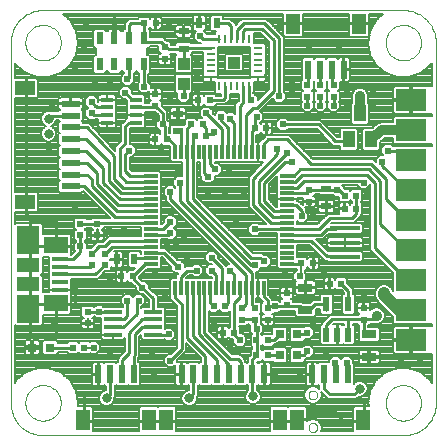
<source format=gtl>
G75*
%MOIN*%
%OFA0B0*%
%FSLAX24Y24*%
%IPPOS*%
%LPD*%
%AMOC8*
5,1,8,0,0,1.08239X$1,22.5*
%
%ADD10C,0.0000*%
%ADD11R,0.0236X0.0433*%
%ADD12R,0.0197X0.0236*%
%ADD13R,0.0315X0.0114*%
%ADD14R,0.0114X0.0315*%
%ADD15R,0.0394X0.0394*%
%ADD16R,0.0236X0.0354*%
%ADD17R,0.0354X0.0236*%
%ADD18R,0.0236X0.0197*%
%ADD19R,0.0472X0.0118*%
%ADD20R,0.0118X0.0472*%
%ADD21R,0.0236X0.0610*%
%ADD22R,0.0472X0.0709*%
%ADD23R,0.0220X0.0500*%
%ADD24R,0.0394X0.0551*%
%ADD25R,0.0610X0.0236*%
%ADD26R,0.0709X0.0472*%
%ADD27R,0.1000X0.0750*%
%ADD28R,0.0512X0.0276*%
%ADD29R,0.0394X0.0177*%
%ADD30R,0.0543X0.0177*%
%ADD31R,0.0827X0.0581*%
%ADD32R,0.0748X0.0935*%
%ADD33R,0.0748X0.0463*%
%ADD34R,0.0610X0.0140*%
%ADD35R,0.1024X0.0157*%
%ADD36R,0.0394X0.0433*%
%ADD37R,0.0315X0.0315*%
%ADD38C,0.0079*%
%ADD39C,0.0238*%
%ADD40C,0.0100*%
%ADD41C,0.0160*%
%ADD42C,0.0317*%
%ADD43C,0.0320*%
%ADD44C,0.0356*%
%ADD45C,0.0400*%
D10*
X006957Y004150D02*
X018965Y004150D01*
X018374Y005232D02*
X018376Y005280D01*
X018382Y005328D01*
X018392Y005375D01*
X018405Y005421D01*
X018423Y005466D01*
X018443Y005510D01*
X018468Y005552D01*
X018496Y005591D01*
X018526Y005628D01*
X018560Y005662D01*
X018597Y005694D01*
X018635Y005723D01*
X018676Y005748D01*
X018719Y005770D01*
X018764Y005788D01*
X018810Y005802D01*
X018857Y005813D01*
X018905Y005820D01*
X018953Y005823D01*
X019001Y005822D01*
X019049Y005817D01*
X019097Y005808D01*
X019143Y005796D01*
X019188Y005779D01*
X019232Y005759D01*
X019274Y005736D01*
X019314Y005709D01*
X019352Y005679D01*
X019387Y005646D01*
X019419Y005610D01*
X019449Y005572D01*
X019475Y005531D01*
X019497Y005488D01*
X019517Y005444D01*
X019532Y005399D01*
X019544Y005352D01*
X019552Y005304D01*
X019556Y005256D01*
X019556Y005208D01*
X019552Y005160D01*
X019544Y005112D01*
X019532Y005065D01*
X019517Y005020D01*
X019497Y004976D01*
X019475Y004933D01*
X019449Y004892D01*
X019419Y004854D01*
X019387Y004818D01*
X019352Y004785D01*
X019314Y004755D01*
X019274Y004728D01*
X019232Y004705D01*
X019188Y004685D01*
X019143Y004668D01*
X019097Y004656D01*
X019049Y004647D01*
X019001Y004642D01*
X018953Y004641D01*
X018905Y004644D01*
X018857Y004651D01*
X018810Y004662D01*
X018764Y004676D01*
X018719Y004694D01*
X018676Y004716D01*
X018635Y004741D01*
X018597Y004770D01*
X018560Y004802D01*
X018526Y004836D01*
X018496Y004873D01*
X018468Y004912D01*
X018443Y004954D01*
X018423Y004998D01*
X018405Y005043D01*
X018392Y005089D01*
X018382Y005136D01*
X018376Y005184D01*
X018374Y005232D01*
X018965Y004149D02*
X019028Y004151D01*
X019091Y004156D01*
X019153Y004165D01*
X019215Y004178D01*
X019276Y004194D01*
X019335Y004214D01*
X019394Y004238D01*
X019451Y004264D01*
X019507Y004294D01*
X019560Y004327D01*
X019612Y004363D01*
X019661Y004402D01*
X019708Y004444D01*
X019753Y004489D01*
X019795Y004536D01*
X019834Y004585D01*
X019870Y004637D01*
X019903Y004691D01*
X019933Y004746D01*
X019959Y004803D01*
X019983Y004862D01*
X020003Y004921D01*
X020019Y004982D01*
X020032Y005044D01*
X020041Y005106D01*
X020046Y005169D01*
X020048Y005232D01*
X020047Y005232D02*
X020047Y017240D01*
X018374Y017240D02*
X018376Y017288D01*
X018382Y017336D01*
X018392Y017383D01*
X018405Y017429D01*
X018423Y017474D01*
X018443Y017518D01*
X018468Y017560D01*
X018496Y017599D01*
X018526Y017636D01*
X018560Y017670D01*
X018597Y017702D01*
X018635Y017731D01*
X018676Y017756D01*
X018719Y017778D01*
X018764Y017796D01*
X018810Y017810D01*
X018857Y017821D01*
X018905Y017828D01*
X018953Y017831D01*
X019001Y017830D01*
X019049Y017825D01*
X019097Y017816D01*
X019143Y017804D01*
X019188Y017787D01*
X019232Y017767D01*
X019274Y017744D01*
X019314Y017717D01*
X019352Y017687D01*
X019387Y017654D01*
X019419Y017618D01*
X019449Y017580D01*
X019475Y017539D01*
X019497Y017496D01*
X019517Y017452D01*
X019532Y017407D01*
X019544Y017360D01*
X019552Y017312D01*
X019556Y017264D01*
X019556Y017216D01*
X019552Y017168D01*
X019544Y017120D01*
X019532Y017073D01*
X019517Y017028D01*
X019497Y016984D01*
X019475Y016941D01*
X019449Y016900D01*
X019419Y016862D01*
X019387Y016826D01*
X019352Y016793D01*
X019314Y016763D01*
X019274Y016736D01*
X019232Y016713D01*
X019188Y016693D01*
X019143Y016676D01*
X019097Y016664D01*
X019049Y016655D01*
X019001Y016650D01*
X018953Y016649D01*
X018905Y016652D01*
X018857Y016659D01*
X018810Y016670D01*
X018764Y016684D01*
X018719Y016702D01*
X018676Y016724D01*
X018635Y016749D01*
X018597Y016778D01*
X018560Y016810D01*
X018526Y016844D01*
X018496Y016881D01*
X018468Y016920D01*
X018443Y016962D01*
X018423Y017006D01*
X018405Y017051D01*
X018392Y017097D01*
X018382Y017144D01*
X018376Y017192D01*
X018374Y017240D01*
X018965Y018323D02*
X019028Y018321D01*
X019091Y018316D01*
X019153Y018307D01*
X019215Y018294D01*
X019276Y018278D01*
X019335Y018258D01*
X019394Y018234D01*
X019451Y018208D01*
X019507Y018178D01*
X019560Y018145D01*
X019612Y018109D01*
X019661Y018070D01*
X019708Y018028D01*
X019753Y017983D01*
X019795Y017936D01*
X019834Y017887D01*
X019870Y017835D01*
X019903Y017782D01*
X019933Y017726D01*
X019959Y017669D01*
X019983Y017610D01*
X020003Y017551D01*
X020019Y017490D01*
X020032Y017428D01*
X020041Y017366D01*
X020046Y017303D01*
X020048Y017240D01*
X018965Y018323D02*
X006957Y018323D01*
X006366Y017240D02*
X006368Y017288D01*
X006374Y017336D01*
X006384Y017383D01*
X006397Y017429D01*
X006415Y017474D01*
X006435Y017518D01*
X006460Y017560D01*
X006488Y017599D01*
X006518Y017636D01*
X006552Y017670D01*
X006589Y017702D01*
X006627Y017731D01*
X006668Y017756D01*
X006711Y017778D01*
X006756Y017796D01*
X006802Y017810D01*
X006849Y017821D01*
X006897Y017828D01*
X006945Y017831D01*
X006993Y017830D01*
X007041Y017825D01*
X007089Y017816D01*
X007135Y017804D01*
X007180Y017787D01*
X007224Y017767D01*
X007266Y017744D01*
X007306Y017717D01*
X007344Y017687D01*
X007379Y017654D01*
X007411Y017618D01*
X007441Y017580D01*
X007467Y017539D01*
X007489Y017496D01*
X007509Y017452D01*
X007524Y017407D01*
X007536Y017360D01*
X007544Y017312D01*
X007548Y017264D01*
X007548Y017216D01*
X007544Y017168D01*
X007536Y017120D01*
X007524Y017073D01*
X007509Y017028D01*
X007489Y016984D01*
X007467Y016941D01*
X007441Y016900D01*
X007411Y016862D01*
X007379Y016826D01*
X007344Y016793D01*
X007306Y016763D01*
X007266Y016736D01*
X007224Y016713D01*
X007180Y016693D01*
X007135Y016676D01*
X007089Y016664D01*
X007041Y016655D01*
X006993Y016650D01*
X006945Y016649D01*
X006897Y016652D01*
X006849Y016659D01*
X006802Y016670D01*
X006756Y016684D01*
X006711Y016702D01*
X006668Y016724D01*
X006627Y016749D01*
X006589Y016778D01*
X006552Y016810D01*
X006518Y016844D01*
X006488Y016881D01*
X006460Y016920D01*
X006435Y016962D01*
X006415Y017006D01*
X006397Y017051D01*
X006384Y017097D01*
X006374Y017144D01*
X006368Y017192D01*
X006366Y017240D01*
X005874Y017240D02*
X005874Y005232D01*
X006366Y005232D02*
X006368Y005280D01*
X006374Y005328D01*
X006384Y005375D01*
X006397Y005421D01*
X006415Y005466D01*
X006435Y005510D01*
X006460Y005552D01*
X006488Y005591D01*
X006518Y005628D01*
X006552Y005662D01*
X006589Y005694D01*
X006627Y005723D01*
X006668Y005748D01*
X006711Y005770D01*
X006756Y005788D01*
X006802Y005802D01*
X006849Y005813D01*
X006897Y005820D01*
X006945Y005823D01*
X006993Y005822D01*
X007041Y005817D01*
X007089Y005808D01*
X007135Y005796D01*
X007180Y005779D01*
X007224Y005759D01*
X007266Y005736D01*
X007306Y005709D01*
X007344Y005679D01*
X007379Y005646D01*
X007411Y005610D01*
X007441Y005572D01*
X007467Y005531D01*
X007489Y005488D01*
X007509Y005444D01*
X007524Y005399D01*
X007536Y005352D01*
X007544Y005304D01*
X007548Y005256D01*
X007548Y005208D01*
X007544Y005160D01*
X007536Y005112D01*
X007524Y005065D01*
X007509Y005020D01*
X007489Y004976D01*
X007467Y004933D01*
X007441Y004892D01*
X007411Y004854D01*
X007379Y004818D01*
X007344Y004785D01*
X007306Y004755D01*
X007266Y004728D01*
X007224Y004705D01*
X007180Y004685D01*
X007135Y004668D01*
X007089Y004656D01*
X007041Y004647D01*
X006993Y004642D01*
X006945Y004641D01*
X006897Y004644D01*
X006849Y004651D01*
X006802Y004662D01*
X006756Y004676D01*
X006711Y004694D01*
X006668Y004716D01*
X006627Y004741D01*
X006589Y004770D01*
X006552Y004802D01*
X006518Y004836D01*
X006488Y004873D01*
X006460Y004912D01*
X006435Y004954D01*
X006415Y004998D01*
X006397Y005043D01*
X006384Y005089D01*
X006374Y005136D01*
X006368Y005184D01*
X006366Y005232D01*
X005874Y005232D02*
X005876Y005169D01*
X005881Y005106D01*
X005890Y005044D01*
X005903Y004982D01*
X005919Y004921D01*
X005939Y004862D01*
X005963Y004803D01*
X005989Y004746D01*
X006019Y004691D01*
X006052Y004637D01*
X006088Y004585D01*
X006127Y004536D01*
X006169Y004489D01*
X006214Y004444D01*
X006261Y004402D01*
X006310Y004363D01*
X006362Y004327D01*
X006415Y004294D01*
X006471Y004264D01*
X006528Y004238D01*
X006587Y004214D01*
X006646Y004194D01*
X006707Y004178D01*
X006769Y004165D01*
X006831Y004156D01*
X006894Y004151D01*
X006957Y004149D01*
X015804Y004411D02*
X015806Y004435D01*
X015812Y004458D01*
X015821Y004480D01*
X015834Y004500D01*
X015849Y004518D01*
X015868Y004533D01*
X015889Y004545D01*
X015911Y004553D01*
X015934Y004558D01*
X015958Y004559D01*
X015982Y004556D01*
X016004Y004549D01*
X016026Y004539D01*
X016046Y004526D01*
X016063Y004509D01*
X016077Y004490D01*
X016088Y004469D01*
X016096Y004446D01*
X016100Y004423D01*
X016100Y004399D01*
X016096Y004376D01*
X016088Y004353D01*
X016077Y004332D01*
X016063Y004313D01*
X016046Y004296D01*
X016026Y004283D01*
X016004Y004273D01*
X015982Y004266D01*
X015958Y004263D01*
X015934Y004264D01*
X015911Y004269D01*
X015889Y004277D01*
X015868Y004289D01*
X015849Y004304D01*
X015834Y004322D01*
X015821Y004342D01*
X015812Y004364D01*
X015806Y004387D01*
X015804Y004411D01*
X015804Y005493D02*
X015806Y005517D01*
X015812Y005540D01*
X015821Y005562D01*
X015834Y005582D01*
X015849Y005600D01*
X015868Y005615D01*
X015889Y005627D01*
X015911Y005635D01*
X015934Y005640D01*
X015958Y005641D01*
X015982Y005638D01*
X016004Y005631D01*
X016026Y005621D01*
X016046Y005608D01*
X016063Y005591D01*
X016077Y005572D01*
X016088Y005551D01*
X016096Y005528D01*
X016100Y005505D01*
X016100Y005481D01*
X016096Y005458D01*
X016088Y005435D01*
X016077Y005414D01*
X016063Y005395D01*
X016046Y005378D01*
X016026Y005365D01*
X016004Y005355D01*
X015982Y005348D01*
X015958Y005345D01*
X015934Y005346D01*
X015911Y005351D01*
X015889Y005359D01*
X015868Y005371D01*
X015849Y005386D01*
X015834Y005404D01*
X015821Y005424D01*
X015812Y005446D01*
X015806Y005469D01*
X015804Y005493D01*
X005874Y017240D02*
X005876Y017303D01*
X005881Y017366D01*
X005890Y017428D01*
X005903Y017490D01*
X005919Y017551D01*
X005939Y017610D01*
X005963Y017669D01*
X005989Y017726D01*
X006019Y017782D01*
X006052Y017835D01*
X006088Y017887D01*
X006127Y017936D01*
X006169Y017983D01*
X006214Y018028D01*
X006261Y018070D01*
X006310Y018109D01*
X006362Y018145D01*
X006416Y018178D01*
X006471Y018208D01*
X006528Y018234D01*
X006587Y018258D01*
X006646Y018278D01*
X006707Y018294D01*
X006769Y018307D01*
X006831Y018316D01*
X006894Y018321D01*
X006957Y018323D01*
D11*
X008839Y017385D03*
X009331Y017385D03*
X009823Y017385D03*
X010315Y017385D03*
X010315Y016519D03*
X009823Y016519D03*
X009331Y016519D03*
X008839Y016519D03*
D12*
X010318Y017889D03*
X010711Y017889D03*
X012130Y015327D03*
X012524Y015327D03*
X012274Y014514D03*
X011880Y014514D03*
X012005Y014139D03*
X012399Y014139D03*
X011086Y014014D03*
X010693Y014014D03*
X014005Y014389D03*
X014399Y014389D03*
X017005Y012139D03*
X017399Y012139D03*
X017399Y011702D03*
X017005Y011702D03*
X015961Y009889D03*
X015568Y009889D03*
X016505Y009202D03*
X016899Y009202D03*
X014461Y007327D03*
X014068Y007327D03*
X014068Y006827D03*
X014461Y006827D03*
X013336Y007577D03*
X012943Y007577D03*
X009961Y009452D03*
X009568Y009452D03*
X008336Y007077D03*
X007943Y007077D03*
D13*
X012539Y016085D03*
X012539Y016282D03*
X012539Y016478D03*
X012539Y016675D03*
X012539Y016872D03*
X012539Y017069D03*
X014114Y017069D03*
X014114Y016872D03*
X014114Y016675D03*
X014114Y016478D03*
X014114Y016282D03*
X014114Y016085D03*
D14*
X013819Y015789D03*
X013622Y015789D03*
X013425Y015789D03*
X013228Y015789D03*
X013032Y015789D03*
X012835Y015789D03*
X012835Y017364D03*
X013032Y017364D03*
X013228Y017364D03*
X013425Y017364D03*
X013622Y017364D03*
X013819Y017364D03*
D15*
X013327Y016577D03*
D16*
X012747Y017889D03*
X012157Y017889D03*
X009997Y010014D03*
X009407Y010014D03*
D17*
X011452Y014282D03*
X011452Y014872D03*
X011639Y017032D03*
X011639Y017622D03*
X016389Y012372D03*
X016389Y011782D03*
D18*
X015827Y011943D03*
X015827Y012336D03*
X015764Y015443D03*
X015764Y015836D03*
X016202Y015836D03*
X016202Y015443D03*
X016639Y015443D03*
X016639Y015836D03*
X011014Y016693D03*
X011014Y017086D03*
X010702Y015524D03*
X010702Y015130D03*
X008764Y011211D03*
X008764Y010818D03*
X008202Y010818D03*
X008202Y011211D03*
X008577Y010211D03*
X008577Y009818D03*
X009014Y009818D03*
X009014Y010211D03*
X008452Y008274D03*
X008452Y007880D03*
X013577Y008005D03*
X014014Y008005D03*
X014014Y008399D03*
X013577Y008399D03*
X014452Y008399D03*
X014452Y008005D03*
X015077Y008505D03*
X015077Y008899D03*
X017639Y008399D03*
X017639Y008005D03*
D19*
X015091Y009850D03*
X015091Y010047D03*
X015091Y010244D03*
X015091Y010441D03*
X015091Y010638D03*
X015091Y010835D03*
X015091Y011032D03*
X015091Y011228D03*
X015091Y011425D03*
X015091Y011622D03*
X015091Y011819D03*
X015091Y012016D03*
X015091Y012213D03*
X015091Y012410D03*
X015091Y012606D03*
X015091Y012803D03*
X010563Y012803D03*
X010563Y012606D03*
X010563Y012410D03*
X010563Y012213D03*
X010563Y012016D03*
X010563Y011819D03*
X010563Y011622D03*
X010563Y011425D03*
X010563Y011228D03*
X010563Y011032D03*
X010563Y010835D03*
X010563Y010638D03*
X010563Y010441D03*
X010563Y010244D03*
X010563Y010047D03*
X010563Y009850D03*
D20*
X011350Y009063D03*
X011547Y009063D03*
X011744Y009063D03*
X011941Y009063D03*
X012138Y009063D03*
X012335Y009063D03*
X012532Y009063D03*
X012728Y009063D03*
X012925Y009063D03*
X013122Y009063D03*
X013319Y009063D03*
X013516Y009063D03*
X013713Y009063D03*
X013910Y009063D03*
X014106Y009063D03*
X014303Y009063D03*
X014303Y013591D03*
X014106Y013591D03*
X013910Y013591D03*
X013713Y013591D03*
X013516Y013591D03*
X013319Y013591D03*
X013122Y013591D03*
X012925Y013591D03*
X012728Y013591D03*
X012532Y013591D03*
X012335Y013591D03*
X012138Y013591D03*
X011941Y013591D03*
X011744Y013591D03*
X011547Y013591D03*
X011350Y013591D03*
D21*
X015799Y016343D03*
X016193Y016343D03*
X016586Y016343D03*
X016980Y016343D03*
X017105Y006186D03*
X016711Y006186D03*
X016318Y006186D03*
X015924Y006186D03*
X014330Y006186D03*
X013936Y006186D03*
X013542Y006186D03*
X013149Y006186D03*
X012755Y006186D03*
X012361Y006186D03*
X011968Y006186D03*
X011574Y006186D03*
X009980Y006186D03*
X009586Y006186D03*
X009193Y006186D03*
X008799Y006186D03*
D22*
X008287Y004660D03*
X010492Y004660D03*
X011062Y004660D03*
X014842Y004660D03*
X015412Y004660D03*
X017617Y004660D03*
X017492Y017869D03*
X015287Y017869D03*
D23*
X016394Y008524D03*
X017134Y008524D03*
X017134Y007504D03*
X016764Y007504D03*
X016394Y007504D03*
D24*
X017140Y014019D03*
X017888Y014019D03*
X017514Y014885D03*
D25*
X007873Y014811D03*
X007873Y015205D03*
X007873Y014417D03*
X007873Y014024D03*
X007873Y013630D03*
X007873Y013236D03*
X007873Y012843D03*
X007873Y012449D03*
D26*
X006348Y011937D03*
X006348Y015717D03*
D27*
X019227Y015327D03*
X019227Y014327D03*
X019227Y013327D03*
X019227Y012327D03*
X019227Y011327D03*
X019227Y010327D03*
X019227Y009327D03*
X019227Y008327D03*
X019227Y007327D03*
D28*
X017827Y007513D03*
X017827Y006765D03*
X015702Y008328D03*
X015702Y009076D03*
D29*
X010059Y014568D03*
X010059Y014824D03*
X010059Y015080D03*
X010059Y015336D03*
X009095Y015336D03*
X009095Y015080D03*
X009095Y014824D03*
X009095Y014568D03*
D30*
X007514Y010026D03*
X007514Y009770D03*
X007514Y009514D03*
X007514Y009258D03*
X007514Y009003D03*
D31*
X007373Y008545D03*
X007373Y010484D03*
D32*
X006467Y010661D03*
X006467Y008368D03*
D33*
X006467Y009180D03*
X006467Y009837D03*
D34*
X009282Y008269D03*
X009282Y008019D03*
X009282Y007759D03*
X009282Y007509D03*
X010622Y007509D03*
X010622Y007759D03*
X010622Y008019D03*
X010622Y008269D03*
D35*
X017014Y010104D03*
X017014Y010577D03*
X017014Y011049D03*
D36*
X011639Y015867D03*
X011639Y016537D03*
D37*
X014844Y007514D03*
X015435Y007514D03*
X015435Y006827D03*
X014844Y006827D03*
X007185Y007077D03*
X006594Y007077D03*
D38*
X006555Y007071D02*
X006013Y007071D01*
X006013Y007148D02*
X006337Y007148D01*
X006337Y007116D02*
X006337Y007254D01*
X006352Y007291D01*
X006380Y007319D01*
X006417Y007334D01*
X006555Y007334D01*
X006555Y007116D01*
X006633Y007116D01*
X006633Y007334D01*
X006771Y007334D01*
X006808Y007319D01*
X006836Y007291D01*
X006851Y007254D01*
X006851Y007116D01*
X006633Y007116D01*
X006633Y007038D01*
X006633Y007037D02*
X006633Y006820D01*
X006771Y006820D01*
X006808Y006835D01*
X006836Y006863D01*
X006851Y006900D01*
X006851Y007038D01*
X006633Y007038D01*
X006633Y007037D02*
X006555Y007037D01*
X006555Y006820D01*
X006417Y006820D01*
X006380Y006835D01*
X006352Y006863D01*
X006337Y006900D01*
X006337Y007038D01*
X006555Y007038D01*
X006555Y007116D01*
X006337Y007116D01*
X006337Y007225D02*
X006013Y007225D01*
X006013Y007303D02*
X006364Y007303D01*
X006555Y007303D02*
X006633Y007303D01*
X006633Y007225D02*
X006555Y007225D01*
X006555Y007148D02*
X006633Y007148D01*
X006633Y007071D02*
X006928Y007071D01*
X006928Y007148D02*
X006851Y007148D01*
X006851Y007225D02*
X006928Y007225D01*
X006928Y007276D02*
X006928Y006878D01*
X006986Y006820D01*
X007383Y006820D01*
X007441Y006878D01*
X007441Y006928D01*
X007745Y006928D01*
X007745Y006918D01*
X007803Y006859D01*
X008082Y006859D01*
X008139Y006917D01*
X008197Y006859D01*
X008476Y006859D01*
X008512Y006895D01*
X008549Y006858D01*
X008730Y006858D01*
X008858Y006986D01*
X008858Y007167D01*
X008730Y007295D01*
X008549Y007295D01*
X008512Y007258D01*
X008476Y007294D01*
X008197Y007294D01*
X008139Y007237D01*
X008082Y007294D01*
X007803Y007294D01*
X007745Y007236D01*
X007745Y007226D01*
X007441Y007226D01*
X007441Y007276D01*
X007383Y007334D01*
X006986Y007334D01*
X006928Y007276D01*
X006955Y007303D02*
X006824Y007303D01*
X006851Y006994D02*
X006928Y006994D01*
X006928Y006916D02*
X006851Y006916D01*
X006812Y006839D02*
X006967Y006839D01*
X006633Y006839D02*
X006555Y006839D01*
X006555Y006916D02*
X006633Y006916D01*
X006633Y006994D02*
X006555Y006994D01*
X006337Y006994D02*
X006013Y006994D01*
X006013Y006916D02*
X006337Y006916D01*
X006376Y006839D02*
X006013Y006839D01*
X006013Y006762D02*
X009488Y006762D01*
X009524Y006798D02*
X009437Y006711D01*
X009437Y006590D01*
X009427Y006590D01*
X009389Y006553D01*
X009352Y006590D01*
X009033Y006590D01*
X008996Y006553D01*
X008973Y006575D01*
X008937Y006590D01*
X008819Y006590D01*
X008819Y006205D01*
X008779Y006205D01*
X008779Y006166D01*
X008581Y006166D01*
X008581Y005861D01*
X008596Y005824D01*
X008624Y005796D01*
X008661Y005781D01*
X008779Y005781D01*
X008779Y006166D01*
X008819Y006166D01*
X008819Y005781D01*
X008937Y005781D01*
X008973Y005796D01*
X008996Y005819D01*
X009033Y005781D01*
X009043Y005781D01*
X009043Y005647D01*
X009026Y005647D01*
X008931Y005608D01*
X008858Y005535D01*
X008819Y005441D01*
X008819Y005338D01*
X008858Y005243D01*
X008931Y005171D01*
X009026Y005132D01*
X009128Y005132D01*
X009223Y005171D01*
X009295Y005243D01*
X009335Y005338D01*
X009335Y005436D01*
X009342Y005443D01*
X009342Y005781D01*
X009352Y005781D01*
X009389Y005819D01*
X009427Y005781D01*
X009745Y005781D01*
X009783Y005819D01*
X009821Y005781D01*
X010139Y005781D01*
X010197Y005839D01*
X010197Y006532D01*
X010139Y006590D01*
X010129Y006590D01*
X010129Y006731D01*
X010164Y006765D01*
X010164Y007452D01*
X010218Y007506D01*
X010218Y007398D01*
X010276Y007340D01*
X010968Y007340D01*
X010986Y007358D01*
X011049Y007296D01*
X011230Y007296D01*
X011358Y007424D01*
X011358Y007605D01*
X011230Y007733D01*
X011049Y007733D01*
X011026Y007710D01*
X011026Y007871D01*
X011007Y007889D01*
X011026Y007908D01*
X011026Y008131D01*
X011012Y008144D01*
X011026Y008158D01*
X011026Y008381D01*
X010968Y008439D01*
X010771Y008439D01*
X010771Y008781D01*
X010483Y009070D01*
X010483Y009167D01*
X010355Y009295D01*
X010257Y009295D01*
X010159Y009393D01*
X010159Y009443D01*
X010256Y009544D01*
X010403Y009692D01*
X010840Y009692D01*
X010899Y009750D01*
X010899Y010095D01*
X010910Y010095D01*
X011233Y009772D01*
X011233Y009674D01*
X011361Y009546D01*
X011460Y009546D01*
X011398Y009484D01*
X011398Y009399D01*
X011250Y009399D01*
X011192Y009340D01*
X011192Y008786D01*
X011201Y008777D01*
X011201Y008679D01*
X011428Y008452D01*
X011428Y007076D01*
X011209Y006858D01*
X011111Y006858D01*
X010983Y006730D01*
X010983Y006549D01*
X011111Y006421D01*
X011292Y006421D01*
X011356Y006485D01*
X011356Y006205D01*
X011554Y006205D01*
X011554Y006166D01*
X011356Y006166D01*
X011356Y005861D01*
X011372Y005824D01*
X011400Y005796D01*
X011436Y005781D01*
X011554Y005781D01*
X011554Y006166D01*
X011594Y006166D01*
X011594Y005781D01*
X011712Y005781D01*
X011748Y005796D01*
X011771Y005819D01*
X011808Y005781D01*
X011818Y005781D01*
X011818Y005647D01*
X011776Y005647D01*
X011681Y005608D01*
X011608Y005535D01*
X011569Y005441D01*
X011569Y005338D01*
X011608Y005243D01*
X011681Y005171D01*
X011776Y005132D01*
X011878Y005132D01*
X011973Y005171D01*
X012045Y005243D01*
X012085Y005338D01*
X012085Y005436D01*
X012117Y005468D01*
X012117Y005781D01*
X012127Y005781D01*
X012164Y005819D01*
X012202Y005781D01*
X012521Y005781D01*
X012558Y005819D01*
X012596Y005781D01*
X012914Y005781D01*
X012952Y005819D01*
X012989Y005781D01*
X013308Y005781D01*
X013346Y005819D01*
X013383Y005781D01*
X013702Y005781D01*
X013739Y005819D01*
X013777Y005781D01*
X013787Y005781D01*
X013787Y005651D01*
X013733Y005598D01*
X013694Y005503D01*
X013694Y005401D01*
X013733Y005306D01*
X013806Y005233D01*
X013901Y005194D01*
X014003Y005194D01*
X014098Y005233D01*
X014170Y005306D01*
X014210Y005401D01*
X014210Y005503D01*
X014170Y005598D01*
X014098Y005670D01*
X014085Y005676D01*
X014085Y005781D01*
X014095Y005781D01*
X014133Y005819D01*
X014155Y005796D01*
X014192Y005781D01*
X014310Y005781D01*
X014310Y006166D01*
X014350Y006166D01*
X014350Y006205D01*
X014547Y006205D01*
X014547Y006511D01*
X014532Y006547D01*
X014504Y006575D01*
X014468Y006590D01*
X014350Y006590D01*
X014350Y006205D01*
X014310Y006205D01*
X014310Y006590D01*
X014192Y006590D01*
X014155Y006575D01*
X014133Y006553D01*
X014095Y006590D01*
X014085Y006590D01*
X014085Y006609D01*
X014207Y006609D01*
X014264Y006667D01*
X014322Y006609D01*
X014601Y006609D01*
X014603Y006612D01*
X014645Y006570D01*
X015043Y006570D01*
X015101Y006628D01*
X015101Y007026D01*
X015043Y007084D01*
X014645Y007084D01*
X014603Y007042D01*
X014601Y007044D01*
X014322Y007044D01*
X014264Y006987D01*
X014226Y007025D01*
X014226Y007129D01*
X014264Y007167D01*
X014322Y007109D01*
X014601Y007109D01*
X014659Y007168D01*
X014659Y007178D01*
X014718Y007178D01*
X014798Y007258D01*
X015043Y007258D01*
X015101Y007316D01*
X015101Y007713D01*
X015043Y007771D01*
X014645Y007771D01*
X014587Y007713D01*
X014587Y007544D01*
X014322Y007544D01*
X014264Y007487D01*
X014226Y007525D01*
X014226Y007542D01*
X014295Y007611D01*
X014295Y007792D01*
X014227Y007861D01*
X014232Y007865D01*
X014232Y008145D01*
X014175Y008202D01*
X014232Y008259D01*
X014232Y008538D01*
X014174Y008597D01*
X014059Y008597D01*
X014059Y008728D01*
X014106Y008728D01*
X014106Y009063D01*
X014106Y009063D01*
X014106Y009399D01*
X014059Y009399D01*
X014059Y009608D01*
X014105Y009608D01*
X014233Y009736D01*
X014233Y009737D01*
X014236Y009733D01*
X014417Y009733D01*
X014545Y009861D01*
X014545Y010042D01*
X014417Y010170D01*
X014320Y010170D01*
X014264Y010226D01*
X013951Y010226D01*
X012090Y012087D01*
X012090Y013255D01*
X012185Y013255D01*
X012185Y012820D01*
X012233Y012772D01*
X012233Y012674D01*
X012361Y012546D01*
X012542Y012546D01*
X012670Y012674D01*
X012670Y012796D01*
X012792Y012796D01*
X012920Y012924D01*
X012920Y013105D01*
X012792Y013233D01*
X012695Y013233D01*
X012681Y013247D01*
X012681Y013255D01*
X014010Y013255D01*
X014015Y013260D01*
X014028Y013255D01*
X014106Y013255D01*
X014106Y013591D01*
X014106Y013926D01*
X014059Y013926D01*
X014059Y014172D01*
X014145Y014172D01*
X014203Y014230D01*
X014203Y014247D01*
X014216Y014215D01*
X014244Y014187D01*
X014281Y014172D01*
X014389Y014172D01*
X014389Y014380D01*
X014409Y014380D01*
X014409Y014399D01*
X014597Y014399D01*
X014597Y014527D01*
X014581Y014564D01*
X014553Y014592D01*
X014517Y014607D01*
X014409Y014607D01*
X014409Y014399D01*
X014389Y014399D01*
X014389Y014607D01*
X014281Y014607D01*
X014244Y014592D01*
X014216Y014564D01*
X014203Y014532D01*
X014203Y014549D01*
X014186Y014565D01*
X014295Y014674D01*
X014295Y014855D01*
X014181Y014969D01*
X014608Y015397D01*
X014608Y015361D01*
X014736Y015233D01*
X014917Y015233D01*
X015045Y015361D01*
X015045Y015542D01*
X014976Y015611D01*
X014976Y017448D01*
X015010Y017415D01*
X015564Y017415D01*
X015623Y017473D01*
X015623Y018184D01*
X017156Y018184D01*
X017156Y017473D01*
X017214Y017415D01*
X017769Y017415D01*
X017827Y017473D01*
X017827Y018184D01*
X018293Y018184D01*
X018067Y017994D01*
X018067Y017994D01*
X017863Y017641D01*
X017793Y017240D01*
X017863Y016839D01*
X018067Y016487D01*
X018379Y016225D01*
X018761Y016086D01*
X019168Y016086D01*
X019551Y016225D01*
X019863Y016487D01*
X019908Y016566D01*
X019908Y015780D01*
X019790Y015780D01*
X019783Y015786D01*
X019747Y015801D01*
X019266Y015801D01*
X019266Y015366D01*
X019188Y015366D01*
X019188Y015801D01*
X018707Y015801D01*
X018671Y015786D01*
X018643Y015758D01*
X018628Y015722D01*
X017588Y015722D01*
X017570Y015729D02*
X017459Y015729D01*
X017357Y015687D01*
X017279Y015609D01*
X017237Y015507D01*
X017237Y015397D01*
X017255Y015353D01*
X017255Y015239D01*
X017218Y015202D01*
X017218Y014568D01*
X017276Y014510D01*
X017752Y014510D01*
X017811Y014568D01*
X017811Y015202D01*
X017774Y015239D01*
X017774Y015353D01*
X017792Y015397D01*
X017792Y015507D01*
X017750Y015609D01*
X017672Y015687D01*
X017570Y015729D01*
X017441Y015722D02*
X016857Y015722D01*
X016857Y015697D02*
X016800Y015639D01*
X016857Y015582D01*
X016857Y015303D01*
X016821Y015267D01*
X016858Y015230D01*
X016858Y015049D01*
X016730Y014921D01*
X016549Y014921D01*
X016421Y015049D01*
X016421Y015230D01*
X016458Y015267D01*
X016422Y015303D01*
X016422Y015582D01*
X016479Y015639D01*
X016422Y015697D01*
X016422Y015944D01*
X016419Y015946D01*
X016419Y015697D01*
X016362Y015639D01*
X016419Y015582D01*
X016419Y015303D01*
X016383Y015267D01*
X016420Y015230D01*
X016420Y015049D01*
X016292Y014921D01*
X016111Y014921D01*
X015983Y015049D01*
X015983Y015230D01*
X015946Y015267D01*
X015982Y015303D01*
X015982Y015582D01*
X015925Y015639D01*
X015982Y015697D01*
X015982Y015962D01*
X015984Y015965D01*
X015984Y015697D01*
X016042Y015639D01*
X015984Y015582D01*
X015984Y015303D01*
X016020Y015267D01*
X015983Y015230D01*
X015983Y015049D01*
X015855Y014921D01*
X015674Y014921D01*
X015546Y015049D01*
X015546Y015230D01*
X015583Y015267D01*
X015547Y015303D01*
X015547Y015582D01*
X015604Y015639D01*
X015547Y015697D01*
X015547Y015976D01*
X015581Y016010D01*
X015581Y016689D01*
X015640Y016748D01*
X015958Y016748D01*
X015996Y016710D01*
X016033Y016748D01*
X016352Y016748D01*
X016389Y016710D01*
X016427Y016748D01*
X016745Y016748D01*
X016783Y016710D01*
X016806Y016732D01*
X016842Y016748D01*
X016960Y016748D01*
X016960Y016363D01*
X017000Y016363D01*
X017197Y016363D01*
X017197Y016668D01*
X017182Y016705D01*
X017154Y016732D01*
X017118Y016748D01*
X017000Y016748D01*
X017000Y016363D01*
X017000Y016323D01*
X017197Y016323D01*
X017197Y016018D01*
X017182Y015982D01*
X017154Y015954D01*
X019908Y015954D01*
X019908Y016031D02*
X017197Y016031D01*
X017197Y016108D02*
X018700Y016108D01*
X018488Y016185D02*
X017197Y016185D01*
X017197Y016263D02*
X018334Y016263D01*
X018379Y016225D02*
X018379Y016225D01*
X018242Y016340D02*
X017000Y016340D01*
X017000Y016323D02*
X017000Y015939D01*
X017118Y015939D01*
X017154Y015954D01*
X017000Y015954D02*
X016960Y015954D01*
X016960Y015939D02*
X016960Y016323D01*
X017000Y016323D01*
X017000Y016263D02*
X016960Y016263D01*
X016960Y016185D02*
X017000Y016185D01*
X017000Y016108D02*
X016960Y016108D01*
X016960Y016031D02*
X017000Y016031D01*
X016960Y015939D02*
X016857Y015939D01*
X016857Y015697D01*
X016805Y015645D02*
X017315Y015645D01*
X017262Y015567D02*
X016857Y015567D01*
X016857Y015490D02*
X017237Y015490D01*
X017237Y015413D02*
X016857Y015413D01*
X016857Y015336D02*
X017255Y015336D01*
X017255Y015258D02*
X016829Y015258D01*
X016858Y015181D02*
X017218Y015181D01*
X017218Y015104D02*
X016858Y015104D01*
X016836Y015027D02*
X017218Y015027D01*
X017218Y014949D02*
X016758Y014949D01*
X016520Y014949D02*
X016321Y014949D01*
X016398Y015027D02*
X016443Y015027D01*
X016420Y015104D02*
X016421Y015104D01*
X016420Y015181D02*
X016421Y015181D01*
X016392Y015258D02*
X016450Y015258D01*
X016422Y015336D02*
X016419Y015336D01*
X016419Y015413D02*
X016422Y015413D01*
X016419Y015490D02*
X016422Y015490D01*
X016419Y015567D02*
X016422Y015567D01*
X016474Y015645D02*
X016367Y015645D01*
X016419Y015722D02*
X016422Y015722D01*
X016419Y015799D02*
X016422Y015799D01*
X016419Y015876D02*
X016422Y015876D01*
X015984Y015876D02*
X015982Y015876D01*
X015982Y015799D02*
X015984Y015799D01*
X015982Y015722D02*
X015984Y015722D01*
X016036Y015645D02*
X015930Y015645D01*
X015982Y015567D02*
X015984Y015567D01*
X015982Y015490D02*
X015984Y015490D01*
X015982Y015413D02*
X015984Y015413D01*
X015982Y015336D02*
X015984Y015336D01*
X016012Y015258D02*
X015954Y015258D01*
X015983Y015181D02*
X015983Y015181D01*
X015983Y015104D02*
X015983Y015104D01*
X015961Y015027D02*
X016006Y015027D01*
X016083Y014949D02*
X015883Y014949D01*
X015645Y014949D02*
X014201Y014949D01*
X014238Y015027D02*
X015568Y015027D01*
X015546Y015104D02*
X014315Y015104D01*
X014392Y015181D02*
X015546Y015181D01*
X015575Y015258D02*
X014942Y015258D01*
X015020Y015336D02*
X015547Y015336D01*
X015547Y015413D02*
X015045Y015413D01*
X015045Y015490D02*
X015547Y015490D01*
X015547Y015567D02*
X015020Y015567D01*
X014976Y015645D02*
X015599Y015645D01*
X015547Y015722D02*
X014976Y015722D01*
X014976Y015799D02*
X015547Y015799D01*
X015547Y015876D02*
X014976Y015876D01*
X014976Y015954D02*
X015547Y015954D01*
X015581Y016031D02*
X014976Y016031D01*
X014976Y016108D02*
X015581Y016108D01*
X015581Y016185D02*
X014976Y016185D01*
X014976Y016263D02*
X015581Y016263D01*
X015581Y016340D02*
X014976Y016340D01*
X014976Y016417D02*
X015581Y016417D01*
X015581Y016494D02*
X014976Y016494D01*
X014976Y016572D02*
X015581Y016572D01*
X015581Y016649D02*
X014976Y016649D01*
X014976Y016726D02*
X015618Y016726D01*
X015980Y016726D02*
X016012Y016726D01*
X016373Y016726D02*
X016405Y016726D01*
X016767Y016726D02*
X016799Y016726D01*
X016960Y016726D02*
X017000Y016726D01*
X017000Y016649D02*
X016960Y016649D01*
X016960Y016572D02*
X017000Y016572D01*
X017000Y016494D02*
X016960Y016494D01*
X016960Y016417D02*
X017000Y016417D01*
X017197Y016417D02*
X018150Y016417D01*
X018067Y016487D02*
X018067Y016487D01*
X018067Y016487D01*
X018063Y016494D02*
X017197Y016494D01*
X017197Y016572D02*
X018018Y016572D01*
X017973Y016649D02*
X017197Y016649D01*
X017161Y016726D02*
X017929Y016726D01*
X017884Y016803D02*
X014976Y016803D01*
X014976Y016880D02*
X017856Y016880D01*
X017863Y016839D02*
X017863Y016839D01*
X017842Y016958D02*
X014976Y016958D01*
X014976Y017035D02*
X017829Y017035D01*
X017815Y017112D02*
X014976Y017112D01*
X014976Y017189D02*
X017802Y017189D01*
X017793Y017240D02*
X017793Y017240D01*
X017797Y017267D02*
X014976Y017267D01*
X014976Y017344D02*
X017811Y017344D01*
X017825Y017421D02*
X017775Y017421D01*
X017827Y017498D02*
X017838Y017498D01*
X017827Y017576D02*
X017852Y017576D01*
X017863Y017641D02*
X017863Y017641D01*
X017870Y017653D02*
X017827Y017653D01*
X017827Y017730D02*
X017915Y017730D01*
X017959Y017807D02*
X017827Y017807D01*
X017827Y017885D02*
X018004Y017885D01*
X018048Y017962D02*
X017827Y017962D01*
X017827Y018039D02*
X018121Y018039D01*
X018213Y018116D02*
X017827Y018116D01*
X017156Y018116D02*
X015623Y018116D01*
X015623Y018039D02*
X017156Y018039D01*
X017156Y017962D02*
X015623Y017962D01*
X015623Y017885D02*
X017156Y017885D01*
X017156Y017807D02*
X015623Y017807D01*
X015623Y017730D02*
X017156Y017730D01*
X017156Y017653D02*
X015623Y017653D01*
X015623Y017576D02*
X017156Y017576D01*
X017156Y017498D02*
X015623Y017498D01*
X015571Y017421D02*
X017208Y017421D01*
X016857Y015876D02*
X019908Y015876D01*
X019908Y015799D02*
X019752Y015799D01*
X019266Y015799D02*
X019188Y015799D01*
X019188Y015722D02*
X019266Y015722D01*
X019266Y015645D02*
X019188Y015645D01*
X019188Y015567D02*
X019266Y015567D01*
X019266Y015490D02*
X019188Y015490D01*
X019188Y015413D02*
X019266Y015413D01*
X019187Y015366D02*
X019187Y015288D01*
X018628Y015288D01*
X018628Y014932D01*
X018643Y014896D01*
X018671Y014868D01*
X018707Y014853D01*
X019188Y014853D01*
X019188Y015287D01*
X019266Y015287D01*
X019266Y014853D01*
X019747Y014853D01*
X019783Y014868D01*
X019790Y014874D01*
X019908Y014874D01*
X019908Y014780D01*
X019790Y014780D01*
X019768Y014801D01*
X018686Y014801D01*
X018628Y014743D01*
X018628Y014586D01*
X018613Y014586D01*
X018570Y014604D01*
X018459Y014604D01*
X018415Y014586D01*
X018271Y014586D01*
X018231Y014590D01*
X018220Y014586D01*
X018207Y014586D01*
X018171Y014571D01*
X018133Y014559D01*
X018123Y014551D01*
X018112Y014547D01*
X018084Y014519D01*
X017934Y014394D01*
X017650Y014394D01*
X017592Y014336D01*
X017592Y013702D01*
X017650Y013644D01*
X018126Y013644D01*
X018185Y013702D01*
X018185Y013928D01*
X018353Y014068D01*
X018415Y014068D01*
X018459Y014049D01*
X018570Y014049D01*
X018613Y014068D01*
X018628Y014068D01*
X018628Y013911D01*
X018686Y013853D01*
X019768Y013853D01*
X019790Y013874D01*
X019908Y013874D01*
X019908Y013780D01*
X019790Y013780D01*
X019768Y013801D01*
X018686Y013801D01*
X018673Y013789D01*
X018611Y013789D01*
X018542Y013858D01*
X018361Y013858D01*
X018233Y013730D01*
X018233Y013549D01*
X018300Y013483D01*
X018174Y013483D01*
X018046Y013355D01*
X018046Y013257D01*
X017951Y013351D01*
X015951Y013351D01*
X015139Y014164D01*
X014390Y014164D01*
X014303Y014076D01*
X014154Y013928D01*
X014154Y013926D01*
X014106Y013926D01*
X014106Y013591D01*
X014106Y013591D01*
X014106Y013591D01*
X014106Y013255D01*
X014185Y013255D01*
X014198Y013260D01*
X014203Y013255D01*
X014294Y013255D01*
X013803Y012764D01*
X013803Y011765D01*
X013890Y011678D01*
X014387Y011181D01*
X014157Y011181D01*
X014105Y011233D01*
X013924Y011233D01*
X013796Y011105D01*
X013796Y010924D01*
X013924Y010796D01*
X014105Y010796D01*
X014191Y010882D01*
X014755Y010882D01*
X014755Y009750D01*
X014813Y009692D01*
X015368Y009692D01*
X015377Y009701D01*
X015399Y009701D01*
X015424Y009676D01*
X015424Y009670D01*
X015296Y009542D01*
X015296Y009361D01*
X015375Y009283D01*
X015362Y009270D01*
X015347Y009233D01*
X015347Y009105D01*
X015672Y009105D01*
X015672Y009046D01*
X015731Y009046D01*
X015731Y008839D01*
X015978Y008839D01*
X016014Y008854D01*
X016042Y008882D01*
X016057Y008918D01*
X016057Y009046D01*
X015731Y009046D01*
X015731Y009105D01*
X015672Y009105D01*
X015672Y009301D01*
X015733Y009361D01*
X015733Y009542D01*
X015701Y009574D01*
X015701Y009672D01*
X015707Y009672D01*
X015765Y009730D01*
X015765Y009747D01*
X015779Y009715D01*
X015807Y009687D01*
X015843Y009672D01*
X015951Y009672D01*
X015951Y009880D01*
X015971Y009880D01*
X015971Y009899D01*
X016159Y009899D01*
X016159Y010027D01*
X016144Y010064D01*
X016116Y010092D01*
X016079Y010107D01*
X015971Y010107D01*
X015971Y009899D01*
X015951Y009899D01*
X015951Y010107D01*
X015843Y010107D01*
X015807Y010092D01*
X015779Y010064D01*
X015765Y010032D01*
X015765Y010049D01*
X015707Y010107D01*
X015428Y010107D01*
X015426Y010105D01*
X015426Y010489D01*
X015829Y010489D01*
X016311Y010007D01*
X016353Y009963D01*
X016354Y009963D01*
X016355Y009962D01*
X016416Y009962D01*
X016425Y009962D01*
X016461Y009926D01*
X017567Y009926D01*
X017626Y009985D01*
X017626Y010224D01*
X017567Y010283D01*
X016461Y010283D01*
X016459Y010281D01*
X016055Y010685D01*
X016279Y010685D01*
X016465Y010871D01*
X017567Y010871D01*
X017626Y010929D01*
X017626Y011169D01*
X017567Y011227D01*
X016564Y011227D01*
X016576Y011240D01*
X017326Y011240D01*
X017451Y011365D01*
X017539Y011452D01*
X017539Y011485D01*
X017597Y011543D01*
X017597Y011861D01*
X017539Y011919D01*
X017539Y011922D01*
X017597Y011980D01*
X017597Y012299D01*
X017538Y012357D01*
X017259Y012357D01*
X017202Y012300D01*
X017145Y012357D01*
X017004Y012357D01*
X016983Y012380D01*
X016983Y012417D01*
X016910Y012490D01*
X017421Y012490D01*
X017421Y012486D01*
X017549Y012358D01*
X017730Y012358D01*
X017858Y012486D01*
X017858Y012522D01*
X017865Y012515D01*
X017865Y010327D01*
X018628Y009565D01*
X018628Y008950D01*
X018625Y008952D01*
X018581Y009059D01*
X018496Y009143D01*
X018386Y009189D01*
X018267Y009189D01*
X018157Y009143D01*
X018073Y009059D01*
X018028Y008949D01*
X018028Y008767D01*
X018073Y008657D01*
X018157Y008573D01*
X018628Y008103D01*
X018628Y007911D01*
X018686Y007853D01*
X019768Y007853D01*
X019790Y007874D01*
X019908Y007874D01*
X019908Y007780D01*
X019790Y007780D01*
X019783Y007786D01*
X019747Y007801D01*
X019266Y007801D01*
X019266Y007366D01*
X019188Y007366D01*
X019188Y007801D01*
X018707Y007801D01*
X018671Y007786D01*
X018643Y007758D01*
X018628Y007722D01*
X018628Y007366D01*
X019187Y007366D01*
X019187Y007288D01*
X018628Y007288D01*
X018628Y006932D01*
X018643Y006896D01*
X018671Y006868D01*
X018707Y006853D01*
X019188Y006853D01*
X019188Y007287D01*
X019266Y007287D01*
X019266Y006853D01*
X019747Y006853D01*
X019783Y006868D01*
X019790Y006874D01*
X019908Y006874D01*
X019908Y005907D01*
X019863Y005986D01*
X019551Y006247D01*
X019168Y006387D01*
X018761Y006387D01*
X018379Y006247D01*
X018379Y006247D01*
X018067Y005986D01*
X018067Y005986D01*
X017863Y005633D01*
X017793Y005232D01*
X017814Y005114D01*
X017339Y005114D01*
X017281Y005056D01*
X017281Y004289D01*
X016212Y004289D01*
X016239Y004353D01*
X016239Y004468D01*
X016195Y004573D01*
X016114Y004654D01*
X016009Y004698D01*
X015895Y004698D01*
X015789Y004654D01*
X015748Y004612D01*
X015748Y005056D01*
X015689Y005114D01*
X015135Y005114D01*
X015127Y005106D01*
X015119Y005114D01*
X014564Y005114D01*
X014506Y005056D01*
X014506Y004289D01*
X011398Y004289D01*
X011398Y005056D01*
X011339Y005114D01*
X010785Y005114D01*
X010777Y005106D01*
X010769Y005114D01*
X010214Y005114D01*
X010156Y005056D01*
X010156Y004289D01*
X008623Y004289D01*
X008623Y005056D01*
X008564Y005114D01*
X008108Y005114D01*
X008129Y005232D01*
X008058Y005633D01*
X008058Y005633D01*
X007855Y005986D01*
X007855Y005986D01*
X007855Y005986D01*
X007543Y006247D01*
X007543Y006247D01*
X007160Y006387D01*
X006753Y006387D01*
X006371Y006247D01*
X006059Y005986D01*
X006059Y005986D01*
X006013Y005907D01*
X006013Y007839D01*
X006052Y007801D01*
X006882Y007801D01*
X006941Y007859D01*
X006941Y008155D01*
X007827Y008155D01*
X007885Y008213D01*
X007885Y008876D01*
X007880Y008882D01*
X007885Y008894D01*
X007885Y008998D01*
X007519Y008998D01*
X007519Y009007D01*
X007885Y009007D01*
X007885Y009111D01*
X007880Y009124D01*
X007885Y009129D01*
X007885Y009365D01*
X008701Y009365D01*
X008761Y009364D01*
X008762Y009365D01*
X008764Y009365D01*
X008807Y009408D01*
X009025Y009620D01*
X009174Y009620D01*
X009382Y009620D01*
X009385Y009626D02*
X009370Y009590D01*
X009370Y009462D01*
X009558Y009462D01*
X009558Y009669D01*
X009449Y009669D01*
X009413Y009654D01*
X009385Y009626D01*
X009370Y009543D02*
X008946Y009543D01*
X008866Y009465D02*
X009370Y009465D01*
X009370Y009442D02*
X009370Y009314D01*
X009385Y009277D01*
X009413Y009250D01*
X009449Y009234D01*
X009558Y009234D01*
X009558Y009442D01*
X009577Y009442D01*
X009577Y009234D01*
X009686Y009234D01*
X009722Y009250D01*
X009750Y009277D01*
X009763Y009309D01*
X009763Y009293D01*
X009822Y009234D01*
X009896Y009234D01*
X007885Y009234D01*
X007885Y009311D02*
X009371Y009311D01*
X009370Y009388D02*
X008787Y009388D01*
X009174Y009620D02*
X009232Y009678D01*
X009232Y009753D01*
X009269Y009738D01*
X009387Y009738D01*
X009387Y009995D01*
X009194Y009995D01*
X009175Y010014D01*
X009194Y010034D01*
X009387Y010034D01*
X009387Y010291D01*
X009315Y010291D01*
X009315Y010292D01*
X010228Y010292D01*
X010228Y010197D01*
X010215Y010197D01*
X010215Y010233D01*
X010156Y010291D01*
X009838Y010291D01*
X009780Y010233D01*
X009780Y009796D01*
X009838Y009738D01*
X010027Y009738D01*
X009999Y009711D01*
X009999Y009708D01*
X009962Y009669D01*
X009822Y009669D01*
X009763Y009611D01*
X009763Y009594D01*
X009750Y009626D01*
X009722Y009654D01*
X009686Y009669D01*
X009577Y009669D01*
X009577Y009462D01*
X009558Y009462D01*
X009558Y009442D01*
X009370Y009442D01*
X009558Y009465D02*
X009577Y009465D01*
X009577Y009388D02*
X009558Y009388D01*
X009558Y009311D02*
X009577Y009311D01*
X009558Y009543D02*
X009577Y009543D01*
X009577Y009620D02*
X009558Y009620D01*
X009544Y009738D02*
X009581Y009753D01*
X009609Y009781D01*
X009624Y009817D01*
X009624Y009995D01*
X009426Y009995D01*
X009426Y010034D01*
X009387Y010034D01*
X009387Y009995D01*
X009426Y009995D01*
X009426Y009738D01*
X009544Y009738D01*
X009602Y009774D02*
X009801Y009774D01*
X009780Y009852D02*
X009624Y009852D01*
X009624Y009929D02*
X009780Y009929D01*
X009780Y010006D02*
X009426Y010006D01*
X009426Y010034D02*
X009624Y010034D01*
X009624Y010211D01*
X009609Y010248D01*
X009581Y010276D01*
X009544Y010291D01*
X009426Y010291D01*
X009426Y010034D01*
X009387Y010006D02*
X009183Y010006D01*
X009387Y009929D02*
X009426Y009929D01*
X009426Y009852D02*
X009387Y009852D01*
X009387Y009774D02*
X009426Y009774D01*
X009232Y009753D02*
X009232Y009753D01*
X009232Y009697D02*
X009989Y009697D01*
X009772Y009620D02*
X009753Y009620D01*
X009952Y009461D02*
X009961Y009452D01*
X010164Y009388D02*
X011240Y009388D01*
X011192Y009311D02*
X010242Y009311D01*
X010180Y009465D02*
X011398Y009465D01*
X011456Y009543D02*
X010254Y009543D01*
X010331Y009620D02*
X011287Y009620D01*
X011233Y009697D02*
X010846Y009697D01*
X010899Y009774D02*
X011231Y009774D01*
X011153Y009852D02*
X010899Y009852D01*
X010899Y009929D02*
X011076Y009929D01*
X010999Y010006D02*
X010899Y010006D01*
X010899Y010083D02*
X010922Y010083D01*
X011112Y010315D02*
X012690Y010315D01*
X012667Y010295D02*
X012486Y010295D01*
X012358Y010167D01*
X012358Y009986D01*
X012486Y009858D01*
X012358Y009730D01*
X012358Y009549D01*
X012486Y009421D01*
X012579Y009421D01*
X012579Y009399D01*
X011735Y009399D01*
X011826Y009490D01*
X011917Y009490D01*
X011986Y009421D01*
X012167Y009421D01*
X012295Y009549D01*
X012295Y009730D01*
X012167Y009858D01*
X011986Y009858D01*
X011917Y009789D01*
X011702Y009789D01*
X011670Y009757D01*
X011670Y009855D01*
X011542Y009983D01*
X011445Y009983D01*
X011034Y010394D01*
X010899Y010394D01*
X010899Y010685D01*
X011097Y010685D01*
X011111Y010671D01*
X011292Y010671D01*
X011420Y010799D01*
X011420Y010980D01*
X011323Y011077D01*
X011420Y011174D01*
X011420Y011355D01*
X011292Y011483D01*
X011111Y011483D01*
X010983Y011355D01*
X010983Y011257D01*
X010907Y011181D01*
X010899Y011181D01*
X010899Y012903D01*
X010840Y012962D01*
X010286Y012962D01*
X010277Y012953D01*
X009912Y012953D01*
X009851Y013014D01*
X009851Y013421D01*
X009917Y013421D01*
X010045Y013549D01*
X010045Y013730D01*
X009917Y013858D01*
X009851Y013858D01*
X009851Y014380D01*
X010297Y014380D01*
X010355Y014438D01*
X010355Y014698D01*
X010350Y014703D01*
X010355Y014716D01*
X010355Y014819D01*
X010064Y014819D01*
X010064Y014829D01*
X010355Y014829D01*
X010355Y014930D01*
X010652Y014930D01*
X010652Y014930D01*
X010655Y014930D01*
X010695Y014930D01*
X010700Y014930D01*
X010803Y014827D01*
X010803Y014674D01*
X010733Y014605D01*
X010733Y014424D01*
X010861Y014296D01*
X010865Y014296D01*
X010865Y014199D01*
X010847Y014217D01*
X010811Y014232D01*
X010702Y014232D01*
X010702Y014024D01*
X010683Y014024D01*
X010683Y014232D01*
X010574Y014232D01*
X010538Y014217D01*
X010510Y014189D01*
X010495Y014152D01*
X010495Y014024D01*
X010683Y014024D01*
X010683Y014005D01*
X010495Y014005D01*
X010495Y013876D01*
X010510Y013840D01*
X010538Y013812D01*
X010574Y013797D01*
X010683Y013797D01*
X010683Y014005D01*
X010702Y014005D01*
X010702Y013797D01*
X010811Y013797D01*
X010847Y013812D01*
X010875Y013840D01*
X010888Y013872D01*
X010888Y013855D01*
X010947Y013797D01*
X011146Y013797D01*
X011192Y013750D01*
X011192Y013313D01*
X011250Y013255D01*
X011595Y013255D01*
X011595Y012795D01*
X011424Y012795D01*
X011296Y012667D01*
X011296Y012486D01*
X011365Y012417D01*
X011365Y012410D01*
X011292Y012483D01*
X011111Y012483D01*
X010983Y012355D01*
X010983Y012174D01*
X011053Y012105D01*
X011053Y011952D01*
X011140Y011865D01*
X013147Y009858D01*
X013111Y009858D01*
X013059Y009806D01*
X012795Y010070D01*
X012795Y010167D01*
X012667Y010295D01*
X012725Y010238D02*
X012767Y010238D01*
X012795Y010161D02*
X012844Y010161D01*
X012795Y010083D02*
X012922Y010083D01*
X012859Y010006D02*
X012999Y010006D01*
X012936Y009929D02*
X013076Y009929D01*
X013105Y009852D02*
X013013Y009852D01*
X012585Y009858D02*
X012486Y009858D01*
X012584Y009858D01*
X012585Y009858D01*
X012480Y009852D02*
X012174Y009852D01*
X012251Y009774D02*
X012403Y009774D01*
X012358Y009697D02*
X012295Y009697D01*
X012295Y009620D02*
X012358Y009620D01*
X012365Y009543D02*
X012289Y009543D01*
X012212Y009465D02*
X012442Y009465D01*
X012416Y009929D02*
X011596Y009929D01*
X011670Y009852D02*
X011980Y009852D01*
X011688Y009774D02*
X011670Y009774D01*
X011421Y010006D02*
X012358Y010006D01*
X012358Y010083D02*
X011344Y010083D01*
X011267Y010161D02*
X012358Y010161D01*
X012429Y010238D02*
X011190Y010238D01*
X011035Y010392D02*
X012613Y010392D01*
X012535Y010470D02*
X010899Y010470D01*
X010899Y010547D02*
X012458Y010547D01*
X012381Y010624D02*
X010899Y010624D01*
X011323Y010701D02*
X012304Y010701D01*
X012226Y010779D02*
X011400Y010779D01*
X011420Y010856D02*
X012149Y010856D01*
X012072Y010933D02*
X011420Y010933D01*
X011390Y011010D02*
X011995Y011010D01*
X011918Y011087D02*
X011334Y011087D01*
X011411Y011165D02*
X011840Y011165D01*
X011763Y011242D02*
X011420Y011242D01*
X011420Y011319D02*
X011686Y011319D01*
X011609Y011396D02*
X011379Y011396D01*
X011301Y011474D02*
X011531Y011474D01*
X011454Y011551D02*
X010899Y011551D01*
X010899Y011628D02*
X011377Y011628D01*
X011300Y011705D02*
X010899Y011705D01*
X010899Y011783D02*
X011222Y011783D01*
X011145Y011860D02*
X010899Y011860D01*
X010899Y011937D02*
X011068Y011937D01*
X011053Y012014D02*
X010899Y012014D01*
X010899Y012092D02*
X011053Y012092D01*
X010989Y012169D02*
X010899Y012169D01*
X010899Y012246D02*
X010983Y012246D01*
X010983Y012323D02*
X010899Y012323D01*
X010899Y012401D02*
X011029Y012401D01*
X011106Y012478D02*
X010899Y012478D01*
X010899Y012555D02*
X011296Y012555D01*
X011297Y012478D02*
X011305Y012478D01*
X011296Y012632D02*
X010899Y012632D01*
X010899Y012710D02*
X011338Y012710D01*
X011415Y012787D02*
X010899Y012787D01*
X010899Y012864D02*
X011595Y012864D01*
X011595Y012941D02*
X010861Y012941D01*
X011192Y013327D02*
X009851Y013327D01*
X009851Y013250D02*
X011595Y013250D01*
X011595Y013173D02*
X009851Y013173D01*
X009851Y013096D02*
X011595Y013096D01*
X011595Y013018D02*
X009851Y013018D01*
X009851Y013405D02*
X011192Y013405D01*
X011192Y013482D02*
X009978Y013482D01*
X010045Y013559D02*
X011192Y013559D01*
X011192Y013636D02*
X010045Y013636D01*
X010045Y013714D02*
X011192Y013714D01*
X011152Y013791D02*
X009984Y013791D01*
X009851Y013868D02*
X010498Y013868D01*
X010495Y013945D02*
X009851Y013945D01*
X009851Y014023D02*
X010683Y014023D01*
X010683Y014100D02*
X010702Y014100D01*
X010702Y014177D02*
X010683Y014177D01*
X010505Y014177D02*
X009851Y014177D01*
X009851Y014100D02*
X010495Y014100D01*
X010683Y013945D02*
X010702Y013945D01*
X010702Y013868D02*
X010683Y013868D01*
X010887Y013868D02*
X010888Y013868D01*
X010865Y014254D02*
X009851Y014254D01*
X009851Y014332D02*
X010826Y014332D01*
X010749Y014409D02*
X010326Y014409D01*
X010355Y014486D02*
X010733Y014486D01*
X010733Y014563D02*
X010355Y014563D01*
X010355Y014641D02*
X010769Y014641D01*
X010803Y014718D02*
X010355Y014718D01*
X010355Y014795D02*
X010803Y014795D01*
X010758Y014872D02*
X010355Y014872D01*
X010054Y014829D02*
X010054Y014819D01*
X009763Y014819D01*
X009763Y014717D01*
X009756Y014717D01*
X009640Y014601D01*
X009553Y014514D01*
X009553Y013951D01*
X009452Y013851D01*
X009365Y013764D01*
X009365Y013630D01*
X008573Y014476D01*
X008573Y014479D01*
X008531Y014521D01*
X008491Y014565D01*
X008488Y014565D01*
X008486Y014567D01*
X008426Y014567D01*
X008367Y014569D01*
X008365Y014567D01*
X008278Y014567D01*
X008278Y014577D01*
X008240Y014614D01*
X008278Y014652D01*
X008278Y014970D01*
X008240Y015008D01*
X008262Y015030D01*
X008278Y015067D01*
X008278Y015185D01*
X007893Y015185D01*
X007893Y015225D01*
X007853Y015225D01*
X007853Y015422D01*
X007548Y015422D01*
X007512Y015407D01*
X007484Y015379D01*
X007469Y015343D01*
X007469Y015225D01*
X007853Y015225D01*
X007853Y015185D01*
X007469Y015185D01*
X007469Y015067D01*
X007484Y015030D01*
X007506Y015008D01*
X007469Y014970D01*
X007469Y014960D01*
X007187Y014960D01*
X007186Y014960D01*
X007088Y014960D01*
X006993Y014920D01*
X006921Y014848D01*
X006882Y014753D01*
X006882Y014651D01*
X006921Y014556D01*
X006993Y014483D01*
X007069Y014452D01*
X006993Y014420D01*
X006921Y014348D01*
X006882Y014253D01*
X006882Y014151D01*
X006921Y014056D01*
X006993Y013983D01*
X007088Y013944D01*
X007191Y013944D01*
X007285Y013983D01*
X007358Y014056D01*
X007397Y014151D01*
X007397Y014253D01*
X007358Y014348D01*
X007285Y014420D01*
X007209Y014452D01*
X007285Y014483D01*
X007358Y014556D01*
X007397Y014651D01*
X007397Y014662D01*
X007469Y014662D01*
X007469Y014652D01*
X007506Y014614D01*
X007469Y014577D01*
X007469Y014258D01*
X007506Y014221D01*
X007469Y014183D01*
X007469Y013864D01*
X007506Y013827D01*
X007469Y013789D01*
X007469Y013471D01*
X007506Y013433D01*
X007469Y013396D01*
X007469Y013077D01*
X007506Y013039D01*
X007469Y013002D01*
X007469Y012683D01*
X007506Y012646D01*
X007469Y012608D01*
X007469Y012290D01*
X007527Y012231D01*
X008219Y012231D01*
X008278Y012290D01*
X009190Y011378D01*
X008955Y011378D01*
X008924Y011409D01*
X008605Y011409D01*
X008547Y011351D01*
X008419Y011351D01*
X008361Y011409D01*
X008043Y011409D01*
X007984Y011351D01*
X007984Y011072D01*
X008042Y011014D01*
X007984Y010957D01*
X007984Y010678D01*
X008043Y010620D01*
X008053Y010620D01*
X008053Y010611D01*
X007983Y010542D01*
X007983Y010361D01*
X008036Y010309D01*
X007902Y010176D01*
X007885Y010176D01*
X007885Y010815D01*
X007827Y010874D01*
X006941Y010874D01*
X006941Y011170D01*
X006882Y011228D01*
X006052Y011228D01*
X006013Y011189D01*
X006013Y011602D01*
X006743Y011602D01*
X006801Y011660D01*
X006801Y012214D01*
X006743Y012273D01*
X006013Y012273D01*
X006013Y015381D01*
X006743Y015381D01*
X006801Y015439D01*
X006801Y015994D01*
X006743Y016052D01*
X006013Y016052D01*
X006013Y016566D01*
X006059Y016487D01*
X006059Y016487D01*
X006371Y016225D01*
X006753Y016086D01*
X007160Y016086D01*
X007543Y016225D01*
X007855Y016487D01*
X008058Y016839D01*
X008129Y017240D01*
X008058Y017641D01*
X007855Y017994D01*
X007628Y018184D01*
X014951Y018184D01*
X014951Y017476D01*
X014476Y017951D01*
X014389Y018039D01*
X013577Y018039D01*
X013490Y017951D01*
X013378Y017839D01*
X013378Y017845D01*
X013272Y017951D01*
X013184Y018039D01*
X012965Y018039D01*
X014951Y018039D01*
X014951Y017962D02*
X014466Y017962D01*
X014543Y017885D02*
X014951Y017885D01*
X014951Y017807D02*
X014620Y017807D01*
X014697Y017730D02*
X014951Y017730D01*
X014951Y017653D02*
X014775Y017653D01*
X014852Y017576D02*
X014951Y017576D01*
X014951Y017498D02*
X014929Y017498D01*
X014976Y017421D02*
X015003Y017421D01*
X014490Y017265D02*
X014490Y015701D01*
X014108Y015319D01*
X014108Y015417D01*
X013980Y015545D01*
X013968Y015545D01*
X013968Y015584D01*
X013975Y015591D01*
X013975Y015928D01*
X014114Y015928D01*
X014114Y016085D01*
X014114Y016085D01*
X013857Y016085D01*
X013857Y016162D01*
X013864Y016177D01*
X013857Y016183D01*
X013857Y016380D01*
X013858Y016380D01*
X013857Y016380D01*
X013857Y016577D01*
X013858Y016577D01*
X013857Y016577D01*
X013857Y016774D01*
X013858Y016774D01*
X013857Y016774D01*
X013857Y016970D01*
X013858Y016971D01*
X013857Y016971D01*
X013857Y017107D01*
X013721Y017107D01*
X013721Y017108D01*
X013720Y017107D01*
X013524Y017107D01*
X013524Y017108D01*
X013524Y017107D01*
X013327Y017107D01*
X013327Y017108D01*
X013327Y017107D01*
X013130Y017107D01*
X013130Y017108D01*
X013130Y017107D01*
X012933Y017107D01*
X012933Y017108D01*
X012933Y017107D01*
X012796Y017107D01*
X012796Y016971D01*
X012796Y016971D01*
X012796Y016970D01*
X012796Y016774D01*
X012796Y016774D01*
X012796Y016774D01*
X012796Y016577D01*
X012796Y016577D01*
X012796Y016577D01*
X012796Y016380D01*
X012796Y016380D01*
X012796Y016380D01*
X012796Y016183D01*
X012790Y016177D01*
X012796Y016162D01*
X012796Y016085D01*
X012539Y016085D01*
X012539Y016085D01*
X012283Y016085D01*
X012283Y016162D01*
X012289Y016177D01*
X012283Y016183D01*
X012283Y016380D01*
X012283Y016380D01*
X012283Y016380D01*
X012283Y016577D01*
X012283Y016577D01*
X012283Y016577D01*
X012283Y016774D01*
X012283Y016774D01*
X012283Y016774D01*
X012283Y016920D01*
X011916Y016920D01*
X011916Y016872D01*
X011887Y016843D01*
X011936Y016794D01*
X011936Y016279D01*
X011877Y016221D01*
X011401Y016221D01*
X011343Y016279D01*
X011343Y016794D01*
X011392Y016843D01*
X011370Y016865D01*
X011199Y016865D01*
X011217Y016847D01*
X011232Y016811D01*
X011232Y016702D01*
X011024Y016702D01*
X011024Y016683D01*
X011232Y016683D01*
X011232Y016574D01*
X011217Y016538D01*
X011189Y016510D01*
X011152Y016495D01*
X011024Y016495D01*
X011024Y016683D01*
X011005Y016683D01*
X011005Y016495D01*
X010876Y016495D01*
X010840Y016510D01*
X010812Y016538D01*
X010797Y016574D01*
X010797Y016683D01*
X011005Y016683D01*
X011005Y016702D01*
X010797Y016702D01*
X010797Y016811D01*
X010812Y016847D01*
X010840Y016875D01*
X010872Y016888D01*
X010855Y016888D01*
X010797Y016947D01*
X010797Y017115D01*
X010520Y017115D01*
X010474Y017069D01*
X010429Y017069D01*
X010429Y016835D01*
X010474Y016835D01*
X010533Y016776D01*
X010533Y016261D01*
X010474Y016203D01*
X010464Y016203D01*
X010464Y015936D01*
X010545Y015855D01*
X010545Y015714D01*
X010564Y015722D01*
X010692Y015722D01*
X010692Y015534D01*
X010712Y015534D01*
X010712Y015722D01*
X010840Y015722D01*
X010876Y015706D01*
X010904Y015678D01*
X010919Y015642D01*
X010919Y015534D01*
X010712Y015534D01*
X010712Y015514D01*
X010919Y015514D01*
X010919Y015406D01*
X010904Y015369D01*
X010876Y015341D01*
X010844Y015328D01*
X010861Y015328D01*
X010919Y015270D01*
X010919Y015133D01*
X011101Y014951D01*
X011101Y014674D01*
X011170Y014605D01*
X011170Y014424D01*
X011164Y014417D01*
X011164Y014232D01*
X011175Y014232D01*
X011175Y014441D01*
X011234Y014499D01*
X011663Y014499D01*
X011682Y014518D01*
X011682Y014669D01*
X011649Y014655D01*
X011472Y014655D01*
X011472Y014852D01*
X011472Y014892D01*
X011728Y014892D01*
X011728Y015010D01*
X011713Y015047D01*
X011685Y015074D01*
X011649Y015090D01*
X011472Y015090D01*
X011472Y014892D01*
X011432Y014892D01*
X011432Y014852D01*
X011472Y014852D01*
X011728Y014852D01*
X011728Y014734D01*
X011718Y014710D01*
X011740Y014732D01*
X012020Y014732D01*
X012077Y014675D01*
X012134Y014732D01*
X012238Y014732D01*
X012171Y014799D01*
X012171Y014980D01*
X012299Y015108D01*
X012480Y015108D01*
X012608Y014980D01*
X012608Y014882D01*
X012671Y014819D01*
X012671Y014855D01*
X012799Y014983D01*
X012980Y014983D01*
X013077Y014886D01*
X013111Y014920D01*
X013292Y014920D01*
X013365Y014847D01*
X013365Y015077D01*
X013365Y015077D01*
X013365Y015139D01*
X013365Y015201D01*
X013365Y015201D01*
X013365Y015201D01*
X013408Y015245D01*
X013452Y015289D01*
X013452Y015289D01*
X013473Y015309D01*
X013473Y015533D01*
X013327Y015533D01*
X013327Y015533D01*
X013327Y015533D01*
X013181Y015533D01*
X013181Y015335D01*
X013111Y015265D01*
X013111Y015265D01*
X013023Y015178D01*
X012722Y015178D01*
X012722Y015168D01*
X012663Y015109D01*
X012384Y015109D01*
X012326Y015168D01*
X012326Y015184D01*
X012313Y015152D01*
X012285Y015125D01*
X012248Y015109D01*
X012140Y015109D01*
X012140Y015317D01*
X012120Y015317D01*
X011932Y015317D01*
X011932Y015189D01*
X011947Y015152D01*
X011975Y015125D01*
X012012Y015109D01*
X012120Y015109D01*
X012120Y015317D01*
X012120Y015337D01*
X012120Y015544D01*
X012012Y015544D01*
X011975Y015529D01*
X011947Y015501D01*
X011932Y015465D01*
X011932Y015337D01*
X012120Y015337D01*
X012140Y015337D01*
X012140Y015544D01*
X012248Y015544D01*
X012285Y015529D01*
X012313Y015501D01*
X012326Y015469D01*
X012326Y015486D01*
X012384Y015544D01*
X012663Y015544D01*
X012722Y015486D01*
X012722Y015476D01*
X012882Y015476D01*
X012882Y015533D01*
X012736Y015533D01*
X012678Y015591D01*
X012678Y015928D01*
X012539Y015928D01*
X012539Y016085D01*
X012283Y016085D01*
X012283Y016008D01*
X012298Y015971D01*
X012326Y015943D01*
X012362Y015928D01*
X012539Y015928D01*
X012539Y016085D01*
X012539Y016085D01*
X012539Y016085D01*
X012796Y016085D01*
X012796Y016046D01*
X012933Y016046D01*
X012933Y016046D01*
X012933Y016046D01*
X013130Y016046D01*
X013130Y016046D01*
X013130Y016046D01*
X013327Y016046D01*
X013327Y016046D01*
X013327Y016046D01*
X013524Y016046D01*
X013524Y016046D01*
X013524Y016046D01*
X013720Y016046D01*
X013721Y016046D01*
X013721Y016046D01*
X013857Y016046D01*
X013857Y016085D01*
X014114Y016085D01*
X014114Y016085D01*
X014371Y016085D01*
X014371Y016162D01*
X014365Y016177D01*
X014371Y016183D01*
X014371Y016380D01*
X014371Y016380D01*
X014371Y016380D01*
X014371Y016577D01*
X014371Y016774D01*
X014371Y016970D01*
X014371Y016971D01*
X014371Y017167D01*
X014313Y017225D01*
X013975Y017225D01*
X013975Y017553D01*
X014202Y017553D01*
X014490Y017265D01*
X014488Y017267D02*
X013975Y017267D01*
X013975Y017344D02*
X014411Y017344D01*
X014334Y017421D02*
X013975Y017421D01*
X013975Y017498D02*
X014257Y017498D01*
X014349Y017189D02*
X014490Y017189D01*
X014490Y017112D02*
X014371Y017112D01*
X014371Y017035D02*
X014490Y017035D01*
X014490Y016958D02*
X014371Y016958D01*
X014371Y016971D02*
X014371Y016971D01*
X014371Y016880D02*
X014490Y016880D01*
X014490Y016803D02*
X014371Y016803D01*
X014371Y016774D02*
X014371Y016774D01*
X014371Y016774D01*
X014371Y016726D02*
X014490Y016726D01*
X014490Y016649D02*
X014371Y016649D01*
X014371Y016577D02*
X014371Y016577D01*
X014371Y016577D01*
X014371Y016572D02*
X014490Y016572D01*
X014490Y016494D02*
X014371Y016494D01*
X014371Y016417D02*
X014490Y016417D01*
X014490Y016340D02*
X014371Y016340D01*
X014371Y016263D02*
X014490Y016263D01*
X014490Y016185D02*
X014371Y016185D01*
X014371Y016108D02*
X014490Y016108D01*
X014490Y016031D02*
X014371Y016031D01*
X014371Y016008D02*
X014371Y016085D01*
X014114Y016085D01*
X014114Y016085D01*
X014114Y015928D01*
X014292Y015928D01*
X014328Y015943D01*
X014356Y015971D01*
X014371Y016008D01*
X014338Y015954D02*
X014490Y015954D01*
X014490Y015876D02*
X013975Y015876D01*
X013975Y015799D02*
X014490Y015799D01*
X014490Y015722D02*
X013975Y015722D01*
X013975Y015645D02*
X014433Y015645D01*
X014356Y015567D02*
X013968Y015567D01*
X014035Y015490D02*
X014279Y015490D01*
X014202Y015413D02*
X014108Y015413D01*
X014108Y015336D02*
X014124Y015336D01*
X014470Y015258D02*
X014711Y015258D01*
X014634Y015336D02*
X014547Y015336D01*
X014278Y014872D02*
X017218Y014872D01*
X017218Y014795D02*
X014295Y014795D01*
X014295Y014718D02*
X014846Y014718D01*
X014861Y014733D02*
X014733Y014605D01*
X014733Y014424D01*
X014861Y014296D01*
X015042Y014296D01*
X015111Y014365D01*
X016077Y014365D01*
X016636Y013807D01*
X016844Y013807D01*
X016844Y013702D01*
X016902Y013644D01*
X017378Y013644D01*
X017437Y013702D01*
X017437Y014336D01*
X017378Y014394D01*
X016902Y014394D01*
X016844Y014336D01*
X016844Y014106D01*
X016759Y014106D01*
X016289Y014576D01*
X016201Y014664D01*
X015111Y014664D01*
X015042Y014733D01*
X014861Y014733D01*
X014769Y014641D02*
X014262Y014641D01*
X014216Y014563D02*
X014188Y014563D01*
X014389Y014563D02*
X014409Y014563D01*
X014409Y014486D02*
X014389Y014486D01*
X014389Y014409D02*
X014409Y014409D01*
X014409Y014380D02*
X014597Y014380D01*
X014597Y014251D01*
X014581Y014215D01*
X014553Y014187D01*
X014517Y014172D01*
X014409Y014172D01*
X014409Y014380D01*
X014409Y014332D02*
X014389Y014332D01*
X014389Y014254D02*
X014409Y014254D01*
X014409Y014177D02*
X014389Y014177D01*
X014326Y014100D02*
X014059Y014100D01*
X014059Y014023D02*
X014249Y014023D01*
X014172Y013945D02*
X014059Y013945D01*
X014106Y013868D02*
X014106Y013868D01*
X014106Y013791D02*
X014106Y013791D01*
X014106Y013714D02*
X014106Y013714D01*
X014106Y013636D02*
X014106Y013636D01*
X014106Y013559D02*
X014106Y013559D01*
X014106Y013482D02*
X014106Y013482D01*
X014106Y013405D02*
X014106Y013405D01*
X014106Y013327D02*
X014106Y013327D01*
X014212Y013173D02*
X012852Y013173D01*
X012920Y013096D02*
X014134Y013096D01*
X014057Y013018D02*
X012920Y013018D01*
X012920Y012941D02*
X013980Y012941D01*
X013903Y012864D02*
X012860Y012864D01*
X012670Y012787D02*
X013826Y012787D01*
X013803Y012710D02*
X012670Y012710D01*
X012629Y012632D02*
X013803Y012632D01*
X013803Y012555D02*
X012551Y012555D01*
X012352Y012555D02*
X012090Y012555D01*
X012090Y012478D02*
X013803Y012478D01*
X013803Y012401D02*
X012090Y012401D01*
X012090Y012323D02*
X013803Y012323D01*
X013803Y012246D02*
X012090Y012246D01*
X012090Y012169D02*
X013803Y012169D01*
X013803Y012092D02*
X012090Y012092D01*
X012163Y012014D02*
X013803Y012014D01*
X013803Y011937D02*
X012240Y011937D01*
X012318Y011860D02*
X013803Y011860D01*
X013803Y011783D02*
X012395Y011783D01*
X012472Y011705D02*
X013862Y011705D01*
X013939Y011628D02*
X012549Y011628D01*
X012627Y011551D02*
X014017Y011551D01*
X014094Y011474D02*
X012704Y011474D01*
X012781Y011396D02*
X014171Y011396D01*
X014248Y011319D02*
X012858Y011319D01*
X012936Y011242D02*
X014326Y011242D01*
X013856Y011165D02*
X013013Y011165D01*
X013090Y011087D02*
X013796Y011087D01*
X013796Y011010D02*
X013167Y011010D01*
X013244Y010933D02*
X013796Y010933D01*
X013864Y010856D02*
X013322Y010856D01*
X013399Y010779D02*
X014755Y010779D01*
X014755Y010856D02*
X014165Y010856D01*
X013708Y010470D02*
X014755Y010470D01*
X014755Y010547D02*
X013631Y010547D01*
X013553Y010624D02*
X014755Y010624D01*
X014755Y010701D02*
X013476Y010701D01*
X013785Y010392D02*
X014755Y010392D01*
X014755Y010315D02*
X013862Y010315D01*
X013940Y010238D02*
X014755Y010238D01*
X014755Y010161D02*
X014427Y010161D01*
X014504Y010083D02*
X014755Y010083D01*
X014755Y010006D02*
X014545Y010006D01*
X014545Y009929D02*
X014755Y009929D01*
X014755Y009852D02*
X014536Y009852D01*
X014458Y009774D02*
X014755Y009774D01*
X014808Y009697D02*
X014194Y009697D01*
X014116Y009620D02*
X015374Y009620D01*
X015373Y009697D02*
X015403Y009697D01*
X015296Y009543D02*
X014059Y009543D01*
X014059Y009465D02*
X015296Y009465D01*
X015296Y009388D02*
X014414Y009388D01*
X014403Y009399D02*
X014462Y009340D01*
X014462Y008841D01*
X014514Y008789D01*
X014601Y008701D01*
X014601Y008660D01*
X014611Y008670D01*
X014792Y008670D01*
X014859Y008603D01*
X014859Y008645D01*
X014918Y008703D01*
X014934Y008703D01*
X014902Y008716D01*
X014875Y008744D01*
X014859Y008781D01*
X014859Y008889D01*
X015067Y008889D01*
X015067Y008909D01*
X015067Y009097D01*
X014939Y009097D01*
X014902Y009081D01*
X014875Y009053D01*
X014859Y009017D01*
X014859Y008909D01*
X015067Y008909D01*
X015087Y008909D01*
X015087Y009097D01*
X015215Y009097D01*
X015251Y009081D01*
X015279Y009053D01*
X015294Y009017D01*
X015294Y008909D01*
X015087Y008909D01*
X015087Y008889D01*
X015294Y008889D01*
X015294Y008781D01*
X015279Y008744D01*
X015251Y008716D01*
X015219Y008703D01*
X015236Y008703D01*
X015294Y008645D01*
X015294Y008601D01*
X015513Y008600D01*
X015577Y008600D01*
X015612Y008565D01*
X015854Y008565D01*
X015962Y008674D01*
X016185Y008674D01*
X016185Y008816D01*
X016243Y008874D01*
X016546Y008874D01*
X016604Y008816D01*
X016604Y008233D01*
X016546Y008175D01*
X016243Y008175D01*
X016185Y008233D01*
X016185Y008375D01*
X016086Y008375D01*
X016057Y008346D01*
X016057Y008149D01*
X015999Y008091D01*
X015405Y008091D01*
X015347Y008149D01*
X015347Y008302D01*
X015077Y008303D01*
X014861Y008303D01*
X014792Y008233D01*
X014644Y008233D01*
X014611Y008201D01*
X014594Y008201D01*
X014626Y008188D01*
X014654Y008160D01*
X014669Y008123D01*
X014669Y008015D01*
X014462Y008015D01*
X014462Y007995D01*
X014669Y007995D01*
X014669Y007887D01*
X014654Y007850D01*
X014626Y007822D01*
X014590Y007807D01*
X014462Y007807D01*
X014462Y007995D01*
X014442Y007995D01*
X014442Y007807D01*
X014314Y007807D01*
X014277Y007822D01*
X014250Y007850D01*
X014234Y007887D01*
X014234Y007995D01*
X014442Y007995D01*
X014442Y008015D01*
X014234Y008015D01*
X014234Y008123D01*
X014250Y008160D01*
X014277Y008188D01*
X014309Y008201D01*
X014293Y008201D01*
X014234Y008259D01*
X014234Y008538D01*
X014288Y008592D01*
X014154Y008726D01*
X014154Y008728D01*
X014106Y008728D01*
X014106Y009063D01*
X014106Y009063D01*
X014106Y009399D01*
X014185Y009399D01*
X014198Y009393D01*
X014203Y009399D01*
X014403Y009399D01*
X014462Y009311D02*
X015346Y009311D01*
X015347Y009234D02*
X014462Y009234D01*
X014462Y009156D02*
X015347Y009156D01*
X015347Y009046D02*
X015347Y008918D01*
X015362Y008882D01*
X015390Y008854D01*
X015426Y008839D01*
X015672Y008839D01*
X015672Y009046D01*
X015347Y009046D01*
X015347Y009002D02*
X015294Y009002D01*
X015294Y008925D02*
X015347Y008925D01*
X015294Y008847D02*
X015405Y008847D01*
X015290Y008770D02*
X016185Y008770D01*
X016185Y008693D02*
X015246Y008693D01*
X015294Y008616D02*
X015905Y008616D01*
X015999Y008847D02*
X016217Y008847D01*
X016057Y008925D02*
X016965Y008925D01*
X016985Y008904D02*
X016985Y008874D01*
X016983Y008874D01*
X016925Y008816D01*
X016925Y008233D01*
X016983Y008175D01*
X017286Y008175D01*
X017344Y008233D01*
X017344Y008816D01*
X017286Y008874D01*
X017284Y008874D01*
X017284Y009028D01*
X017097Y009215D01*
X017097Y009361D01*
X017038Y009419D01*
X016759Y009419D01*
X016701Y009361D01*
X016701Y009344D01*
X016688Y009376D01*
X016660Y009404D01*
X016623Y009419D01*
X016515Y009419D01*
X016515Y009212D01*
X016495Y009212D01*
X016495Y009419D01*
X016387Y009419D01*
X016350Y009404D01*
X016322Y009376D01*
X016307Y009340D01*
X016307Y009212D01*
X016495Y009212D01*
X016495Y009192D01*
X016307Y009192D01*
X016307Y009064D01*
X016322Y009027D01*
X016350Y009000D01*
X016387Y008984D01*
X016495Y008984D01*
X016495Y009192D01*
X016515Y009192D01*
X016515Y008984D01*
X016623Y008984D01*
X016660Y009000D01*
X016688Y009027D01*
X016701Y009059D01*
X016701Y009043D01*
X016759Y008984D01*
X016905Y008984D01*
X016985Y008904D01*
X016957Y008847D02*
X016572Y008847D01*
X016604Y008770D02*
X016925Y008770D01*
X016925Y008693D02*
X016604Y008693D01*
X016604Y008616D02*
X016925Y008616D01*
X016925Y008539D02*
X016604Y008539D01*
X016604Y008461D02*
X016925Y008461D01*
X016925Y008384D02*
X016604Y008384D01*
X016604Y008307D02*
X016925Y008307D01*
X016929Y008230D02*
X016600Y008230D01*
X016515Y008164D02*
X016428Y008076D01*
X016245Y007894D01*
X016245Y007854D01*
X016243Y007854D01*
X016185Y007796D01*
X016185Y007213D01*
X016243Y007155D01*
X016546Y007155D01*
X016579Y007189D01*
X016598Y007170D01*
X016635Y007155D01*
X016749Y007155D01*
X016749Y007489D01*
X016780Y007489D01*
X016780Y007155D01*
X016894Y007155D01*
X016931Y007170D01*
X016949Y007189D01*
X016983Y007155D01*
X017286Y007155D01*
X017344Y007213D01*
X017344Y007796D01*
X017286Y007854D01*
X017284Y007854D01*
X017284Y007865D01*
X017422Y007865D01*
X017480Y007807D01*
X017489Y007807D01*
X017489Y007710D01*
X017472Y007692D01*
X017472Y007334D01*
X017530Y007276D01*
X018124Y007276D01*
X018182Y007334D01*
X018182Y007692D01*
X018124Y007751D01*
X017789Y007751D01*
X017789Y007807D01*
X017799Y007807D01*
X017856Y007865D01*
X018014Y007865D01*
X018022Y007862D01*
X018132Y007862D01*
X018234Y007904D01*
X018312Y007982D01*
X018354Y008084D01*
X018354Y008195D01*
X018312Y008297D01*
X018234Y008375D01*
X018132Y008417D01*
X018022Y008417D01*
X017920Y008375D01*
X017857Y008312D01*
X017857Y008389D01*
X017649Y008389D01*
X017649Y008409D01*
X017630Y008409D01*
X017630Y008597D01*
X017501Y008597D01*
X017465Y008581D01*
X017437Y008553D01*
X017422Y008517D01*
X017422Y008409D01*
X017630Y008409D01*
X017630Y008389D01*
X017422Y008389D01*
X017422Y008281D01*
X017437Y008244D01*
X017465Y008216D01*
X017497Y008203D01*
X017480Y008203D01*
X017441Y008164D01*
X016515Y008164D01*
X016504Y008152D02*
X016057Y008152D01*
X016057Y008230D02*
X016189Y008230D01*
X016185Y008307D02*
X016057Y008307D01*
X016426Y008075D02*
X014669Y008075D01*
X014657Y008152D02*
X015347Y008152D01*
X015347Y008230D02*
X014640Y008230D01*
X014462Y007998D02*
X016349Y007998D01*
X016272Y007921D02*
X014669Y007921D01*
X014647Y007843D02*
X016233Y007843D01*
X016185Y007766D02*
X015884Y007766D01*
X015855Y007795D02*
X015674Y007795D01*
X015642Y007763D01*
X015633Y007771D01*
X015236Y007771D01*
X015178Y007713D01*
X015178Y007316D01*
X015236Y007258D01*
X015633Y007258D01*
X015691Y007316D01*
X015691Y007358D01*
X015855Y007358D01*
X015983Y007486D01*
X015983Y007667D01*
X015855Y007795D01*
X015961Y007689D02*
X016185Y007689D01*
X016185Y007612D02*
X015983Y007612D01*
X015983Y007534D02*
X016185Y007534D01*
X016185Y007457D02*
X015954Y007457D01*
X015876Y007380D02*
X016185Y007380D01*
X016185Y007303D02*
X015678Y007303D01*
X015674Y007170D02*
X015587Y007084D01*
X015236Y007084D01*
X015178Y007026D01*
X015178Y006628D01*
X015236Y006570D01*
X015633Y006570D01*
X015691Y006628D01*
X015691Y006678D01*
X015701Y006678D01*
X015757Y006733D01*
X015855Y006733D01*
X015983Y006861D01*
X015983Y007042D01*
X015855Y007170D01*
X015674Y007170D01*
X015652Y007148D02*
X014640Y007148D01*
X014633Y007071D02*
X014226Y007071D01*
X014246Y007148D02*
X014283Y007148D01*
X014271Y006994D02*
X014258Y006994D01*
X013928Y007044D02*
X013870Y006986D01*
X013870Y006831D01*
X013787Y006748D01*
X013787Y006590D01*
X013777Y006590D01*
X013739Y006553D01*
X013702Y006590D01*
X013692Y006590D01*
X013692Y006673D01*
X013604Y006761D01*
X013514Y006851D01*
X013264Y006851D01*
X012484Y007631D01*
X012484Y008298D01*
X012549Y008233D01*
X012730Y008233D01*
X012827Y008330D01*
X012924Y008233D01*
X013105Y008233D01*
X013178Y008306D01*
X013178Y007775D01*
X013138Y007736D01*
X013138Y007719D01*
X013125Y007751D01*
X013097Y007779D01*
X013061Y007794D01*
X012952Y007794D01*
X012952Y007587D01*
X012933Y007587D01*
X012933Y007794D01*
X012824Y007794D01*
X012788Y007779D01*
X012760Y007751D01*
X012745Y007715D01*
X012745Y007587D01*
X012933Y007587D01*
X012933Y007567D01*
X012952Y007567D01*
X012952Y007359D01*
X013061Y007359D01*
X013097Y007375D01*
X013125Y007402D01*
X013138Y007434D01*
X013138Y007418D01*
X013197Y007359D01*
X013271Y007359D01*
X013296Y007334D01*
X013296Y007236D01*
X013424Y007108D01*
X013605Y007108D01*
X013733Y007236D01*
X013733Y007417D01*
X013605Y007545D01*
X013534Y007545D01*
X013534Y007736D01*
X013476Y007794D01*
X013476Y007807D01*
X013736Y007807D01*
X013794Y007865D01*
X013797Y007865D01*
X013855Y007807D01*
X013865Y007807D01*
X013865Y007799D01*
X013858Y007792D01*
X013858Y007611D01*
X013927Y007543D01*
X013870Y007486D01*
X013870Y007168D01*
X013928Y007110D01*
X013928Y007044D01*
X013928Y007071D02*
X013044Y007071D01*
X012967Y007148D02*
X013384Y007148D01*
X013307Y007225D02*
X012890Y007225D01*
X012812Y007303D02*
X013296Y007303D01*
X013176Y007380D02*
X013103Y007380D01*
X012952Y007380D02*
X012933Y007380D01*
X012933Y007359D02*
X012933Y007567D01*
X012745Y007567D01*
X012745Y007439D01*
X012760Y007402D01*
X012788Y007375D01*
X012824Y007359D01*
X012933Y007359D01*
X012933Y007457D02*
X012952Y007457D01*
X012952Y007534D02*
X012933Y007534D01*
X012933Y007612D02*
X012952Y007612D01*
X012952Y007689D02*
X012933Y007689D01*
X012933Y007766D02*
X012952Y007766D01*
X013110Y007766D02*
X013168Y007766D01*
X013178Y007843D02*
X012484Y007843D01*
X012484Y007766D02*
X012775Y007766D01*
X012745Y007689D02*
X012484Y007689D01*
X012503Y007612D02*
X012745Y007612D01*
X012745Y007534D02*
X012581Y007534D01*
X012658Y007457D02*
X012745Y007457D01*
X012735Y007380D02*
X012782Y007380D01*
X013121Y006994D02*
X013877Y006994D01*
X013870Y006916D02*
X013198Y006916D01*
X013526Y006839D02*
X013870Y006839D01*
X013801Y006762D02*
X013603Y006762D01*
X013680Y006685D02*
X013787Y006685D01*
X013787Y006608D02*
X013692Y006608D01*
X014085Y006608D02*
X014608Y006608D01*
X014539Y006530D02*
X015715Y006530D01*
X015721Y006547D02*
X015706Y006511D01*
X015706Y006205D01*
X015904Y006205D01*
X015904Y006166D01*
X015706Y006166D01*
X015706Y005861D01*
X015721Y005824D01*
X015749Y005796D01*
X015786Y005781D01*
X015904Y005781D01*
X015904Y006166D01*
X015944Y006166D01*
X015944Y005781D01*
X016062Y005781D01*
X016098Y005796D01*
X016121Y005819D01*
X016158Y005781D01*
X016168Y005781D01*
X016168Y005683D01*
X016114Y005737D01*
X016009Y005780D01*
X015895Y005780D01*
X015789Y005737D01*
X015709Y005656D01*
X015665Y005550D01*
X015665Y005436D01*
X015709Y005331D01*
X015789Y005250D01*
X015895Y005206D01*
X016009Y005206D01*
X016114Y005250D01*
X016195Y005331D01*
X016239Y005436D01*
X016239Y005550D01*
X016219Y005599D01*
X016365Y005452D01*
X016452Y005365D01*
X017389Y005365D01*
X017468Y005444D01*
X017566Y005444D01*
X017660Y005483D01*
X017733Y005556D01*
X017772Y005651D01*
X017772Y005753D01*
X017733Y005848D01*
X017660Y005920D01*
X017566Y005960D01*
X017463Y005960D01*
X017368Y005920D01*
X017322Y005874D01*
X017322Y006532D01*
X017295Y006559D01*
X017295Y006667D01*
X017167Y006795D01*
X016986Y006795D01*
X016889Y006698D01*
X016792Y006795D01*
X016611Y006795D01*
X016483Y006667D01*
X016483Y006583D01*
X016477Y006590D01*
X016158Y006590D01*
X016121Y006553D01*
X016098Y006575D01*
X016062Y006590D01*
X015944Y006590D01*
X015944Y006205D01*
X015904Y006205D01*
X015904Y006590D01*
X015786Y006590D01*
X015749Y006575D01*
X015721Y006547D01*
X015671Y006608D02*
X016483Y006608D01*
X016501Y006685D02*
X015709Y006685D01*
X015883Y006762D02*
X016578Y006762D01*
X016826Y006762D02*
X016953Y006762D01*
X017201Y006762D02*
X017797Y006762D01*
X017797Y006736D02*
X017472Y006736D01*
X017472Y006608D01*
X017487Y006571D01*
X017515Y006543D01*
X017551Y006528D01*
X017797Y006528D01*
X017797Y006736D01*
X017797Y006795D01*
X017472Y006795D01*
X017472Y006923D01*
X017487Y006959D01*
X017515Y006987D01*
X017551Y007003D01*
X017797Y007003D01*
X017797Y006795D01*
X017856Y006795D01*
X017856Y007003D01*
X018103Y007003D01*
X018139Y006987D01*
X018167Y006959D01*
X018182Y006923D01*
X018182Y006795D01*
X017856Y006795D01*
X017856Y006736D01*
X017856Y006528D01*
X018103Y006528D01*
X018139Y006543D01*
X018167Y006571D01*
X018182Y006608D01*
X018182Y006736D01*
X017856Y006736D01*
X017797Y006736D01*
X017797Y006685D02*
X017856Y006685D01*
X017856Y006762D02*
X019908Y006762D01*
X019908Y006685D02*
X018182Y006685D01*
X018182Y006608D02*
X019908Y006608D01*
X019908Y006530D02*
X018108Y006530D01*
X017856Y006530D02*
X017797Y006530D01*
X017797Y006608D02*
X017856Y006608D01*
X017856Y006839D02*
X017797Y006839D01*
X017797Y006916D02*
X017856Y006916D01*
X017856Y006994D02*
X017797Y006994D01*
X017530Y006994D02*
X015983Y006994D01*
X015983Y006916D02*
X017472Y006916D01*
X017472Y006839D02*
X015961Y006839D01*
X015954Y007071D02*
X018628Y007071D01*
X018628Y007148D02*
X015877Y007148D01*
X016185Y007225D02*
X014766Y007225D01*
X015055Y007071D02*
X015223Y007071D01*
X015178Y006994D02*
X015101Y006994D01*
X015101Y006916D02*
X015178Y006916D01*
X015178Y006839D02*
X015101Y006839D01*
X015101Y006762D02*
X015178Y006762D01*
X015178Y006685D02*
X015101Y006685D01*
X015080Y006608D02*
X015198Y006608D01*
X015706Y006453D02*
X014547Y006453D01*
X014547Y006376D02*
X015706Y006376D01*
X015706Y006299D02*
X014547Y006299D01*
X014547Y006221D02*
X015706Y006221D01*
X015706Y006144D02*
X014547Y006144D01*
X014547Y006166D02*
X014350Y006166D01*
X014350Y005781D01*
X014468Y005781D01*
X014504Y005796D01*
X014532Y005824D01*
X014547Y005861D01*
X014547Y006166D01*
X014547Y006067D02*
X015706Y006067D01*
X015706Y005990D02*
X014547Y005990D01*
X014547Y005912D02*
X015706Y005912D01*
X015717Y005835D02*
X014537Y005835D01*
X014350Y005835D02*
X014310Y005835D01*
X014310Y005912D02*
X014350Y005912D01*
X014350Y005990D02*
X014310Y005990D01*
X014310Y006067D02*
X014350Y006067D01*
X014350Y006144D02*
X014310Y006144D01*
X014310Y006221D02*
X014350Y006221D01*
X014350Y006299D02*
X014310Y006299D01*
X014310Y006376D02*
X014350Y006376D01*
X014350Y006453D02*
X014310Y006453D01*
X014310Y006530D02*
X014350Y006530D01*
X013889Y007148D02*
X013645Y007148D01*
X013722Y007225D02*
X013870Y007225D01*
X013870Y007303D02*
X013733Y007303D01*
X013733Y007380D02*
X013870Y007380D01*
X013870Y007457D02*
X013693Y007457D01*
X013616Y007534D02*
X013918Y007534D01*
X013858Y007612D02*
X013534Y007612D01*
X013534Y007689D02*
X013858Y007689D01*
X013858Y007766D02*
X013504Y007766D01*
X013772Y007843D02*
X013819Y007843D01*
X014232Y007921D02*
X014234Y007921D01*
X014232Y007998D02*
X014442Y007998D01*
X014442Y007921D02*
X014462Y007921D01*
X014462Y007843D02*
X014442Y007843D01*
X014295Y007766D02*
X014640Y007766D01*
X014587Y007689D02*
X014295Y007689D01*
X014295Y007612D02*
X014587Y007612D01*
X014312Y007534D02*
X014226Y007534D01*
X014244Y007843D02*
X014256Y007843D01*
X014232Y008075D02*
X014234Y008075D01*
X014224Y008152D02*
X014246Y008152D01*
X014264Y008230D02*
X014202Y008230D01*
X014232Y008307D02*
X014234Y008307D01*
X014232Y008384D02*
X014234Y008384D01*
X014232Y008461D02*
X014234Y008461D01*
X014232Y008539D02*
X014235Y008539D01*
X014264Y008616D02*
X014059Y008616D01*
X014059Y008693D02*
X014187Y008693D01*
X014106Y008770D02*
X014106Y008770D01*
X014106Y008847D02*
X014106Y008847D01*
X014106Y008925D02*
X014106Y008925D01*
X014106Y009002D02*
X014106Y009002D01*
X014106Y009079D02*
X014106Y009079D01*
X014106Y009156D02*
X014106Y009156D01*
X014106Y009234D02*
X014106Y009234D01*
X014106Y009311D02*
X014106Y009311D01*
X014106Y009388D02*
X014106Y009388D01*
X014462Y009079D02*
X014900Y009079D01*
X014859Y009002D02*
X014462Y009002D01*
X014462Y008925D02*
X014859Y008925D01*
X014859Y008847D02*
X014462Y008847D01*
X014532Y008770D02*
X014864Y008770D01*
X014908Y008693D02*
X014601Y008693D01*
X014847Y008616D02*
X014859Y008616D01*
X015067Y008925D02*
X015087Y008925D01*
X015087Y009002D02*
X015067Y009002D01*
X015067Y009079D02*
X015087Y009079D01*
X015253Y009079D02*
X015672Y009079D01*
X015731Y009079D02*
X016307Y009079D01*
X016307Y009156D02*
X016057Y009156D01*
X016057Y009105D02*
X016057Y009233D01*
X016042Y009270D01*
X016014Y009298D01*
X015978Y009313D01*
X015731Y009313D01*
X015731Y009105D01*
X016057Y009105D01*
X016057Y009002D02*
X016348Y009002D01*
X016495Y009002D02*
X016515Y009002D01*
X016515Y009079D02*
X016495Y009079D01*
X016495Y009156D02*
X016515Y009156D01*
X016515Y009234D02*
X016495Y009234D01*
X016495Y009311D02*
X016515Y009311D01*
X016515Y009388D02*
X016495Y009388D01*
X016334Y009388D02*
X015733Y009388D01*
X015731Y009311D02*
X015682Y009311D01*
X015672Y009234D02*
X015731Y009234D01*
X015731Y009156D02*
X015672Y009156D01*
X015672Y009002D02*
X015731Y009002D01*
X015731Y008925D02*
X015672Y008925D01*
X015672Y008847D02*
X015731Y008847D01*
X016057Y009234D02*
X016307Y009234D01*
X016307Y009311D02*
X015983Y009311D01*
X015733Y009465D02*
X018628Y009465D01*
X018628Y009388D02*
X017069Y009388D01*
X017097Y009311D02*
X018628Y009311D01*
X018628Y009234D02*
X017097Y009234D01*
X017155Y009156D02*
X018189Y009156D01*
X018093Y009079D02*
X017233Y009079D01*
X017284Y009002D02*
X018049Y009002D01*
X018028Y008925D02*
X017284Y008925D01*
X017312Y008847D02*
X018028Y008847D01*
X018028Y008770D02*
X017344Y008770D01*
X017344Y008693D02*
X018058Y008693D01*
X018115Y008616D02*
X017344Y008616D01*
X017344Y008539D02*
X017431Y008539D01*
X017422Y008461D02*
X017344Y008461D01*
X017344Y008384D02*
X017422Y008384D01*
X017422Y008307D02*
X017344Y008307D01*
X017340Y008230D02*
X017451Y008230D01*
X017649Y008409D02*
X017649Y008597D01*
X017777Y008597D01*
X017814Y008581D01*
X017842Y008553D01*
X017857Y008517D01*
X017857Y008409D01*
X017649Y008409D01*
X017649Y008461D02*
X017630Y008461D01*
X017630Y008539D02*
X017649Y008539D01*
X017848Y008539D02*
X018192Y008539D01*
X018269Y008461D02*
X017857Y008461D01*
X017857Y008384D02*
X017943Y008384D01*
X018211Y008384D02*
X018346Y008384D01*
X018302Y008307D02*
X018424Y008307D01*
X018501Y008230D02*
X018340Y008230D01*
X018354Y008152D02*
X018578Y008152D01*
X018628Y008075D02*
X018351Y008075D01*
X018319Y007998D02*
X018628Y007998D01*
X018628Y007921D02*
X018251Y007921D01*
X018182Y007689D02*
X018628Y007689D01*
X018628Y007612D02*
X018182Y007612D01*
X018182Y007534D02*
X018628Y007534D01*
X018628Y007457D02*
X018182Y007457D01*
X018182Y007380D02*
X018628Y007380D01*
X018628Y007225D02*
X017344Y007225D01*
X017344Y007303D02*
X017503Y007303D01*
X017472Y007380D02*
X017344Y007380D01*
X017344Y007457D02*
X017472Y007457D01*
X017472Y007534D02*
X017344Y007534D01*
X017344Y007612D02*
X017472Y007612D01*
X017472Y007689D02*
X017344Y007689D01*
X017344Y007766D02*
X017489Y007766D01*
X017444Y007843D02*
X017296Y007843D01*
X016985Y007854D02*
X016983Y007854D01*
X016949Y007820D01*
X016931Y007839D01*
X016894Y007854D01*
X016780Y007854D01*
X016780Y007520D01*
X016749Y007520D01*
X016749Y007854D01*
X016635Y007854D01*
X016622Y007849D01*
X016639Y007865D01*
X016985Y007865D01*
X016985Y007854D01*
X016973Y007843D02*
X016919Y007843D01*
X016780Y007843D02*
X016749Y007843D01*
X016749Y007766D02*
X016780Y007766D01*
X016780Y007689D02*
X016749Y007689D01*
X016749Y007612D02*
X016780Y007612D01*
X016780Y007534D02*
X016749Y007534D01*
X016749Y007457D02*
X016780Y007457D01*
X016780Y007380D02*
X016749Y007380D01*
X016749Y007303D02*
X016780Y007303D01*
X016780Y007225D02*
X016749Y007225D01*
X017278Y006685D02*
X017472Y006685D01*
X017472Y006608D02*
X017295Y006608D01*
X017322Y006530D02*
X017546Y006530D01*
X017322Y006453D02*
X019908Y006453D01*
X019908Y006376D02*
X019198Y006376D01*
X019410Y006299D02*
X019908Y006299D01*
X019908Y006221D02*
X019582Y006221D01*
X019551Y006247D02*
X019551Y006247D01*
X019674Y006144D02*
X019908Y006144D01*
X019908Y006067D02*
X019766Y006067D01*
X019858Y005990D02*
X019908Y005990D01*
X019905Y005912D02*
X019908Y005912D01*
X018731Y006376D02*
X017322Y006376D01*
X017322Y006299D02*
X018519Y006299D01*
X018348Y006221D02*
X017322Y006221D01*
X017322Y006144D02*
X018256Y006144D01*
X018163Y006067D02*
X017322Y006067D01*
X017322Y005990D02*
X018071Y005990D01*
X018024Y005912D02*
X017668Y005912D01*
X017738Y005835D02*
X017980Y005835D01*
X017935Y005758D02*
X017770Y005758D01*
X017772Y005681D02*
X017891Y005681D01*
X017863Y005633D02*
X017863Y005633D01*
X017858Y005603D02*
X017753Y005603D01*
X017703Y005526D02*
X017844Y005526D01*
X017831Y005449D02*
X017577Y005449D01*
X017395Y005372D02*
X017817Y005372D01*
X017804Y005294D02*
X016159Y005294D01*
X016212Y005372D02*
X016446Y005372D01*
X016369Y005449D02*
X016239Y005449D01*
X016239Y005526D02*
X016291Y005526D01*
X016168Y005758D02*
X016063Y005758D01*
X015944Y005835D02*
X015904Y005835D01*
X015904Y005912D02*
X015944Y005912D01*
X015944Y005990D02*
X015904Y005990D01*
X015904Y006067D02*
X015944Y006067D01*
X015944Y006144D02*
X015904Y006144D01*
X015904Y006221D02*
X015944Y006221D01*
X015944Y006299D02*
X015904Y006299D01*
X015904Y006376D02*
X015944Y006376D01*
X015944Y006453D02*
X015904Y006453D01*
X015904Y006530D02*
X015944Y006530D01*
X015841Y005758D02*
X014085Y005758D01*
X014085Y005681D02*
X015733Y005681D01*
X015687Y005603D02*
X014165Y005603D01*
X014200Y005526D02*
X015665Y005526D01*
X015665Y005449D02*
X014210Y005449D01*
X014198Y005372D02*
X015692Y005372D01*
X015745Y005294D02*
X014159Y005294D01*
X014059Y005217D02*
X015868Y005217D01*
X016036Y005217D02*
X017795Y005217D01*
X017793Y005232D02*
X017793Y005232D01*
X017809Y005140D02*
X011898Y005140D01*
X011755Y005140D02*
X009148Y005140D01*
X009005Y005140D02*
X008113Y005140D01*
X008126Y005217D02*
X008884Y005217D01*
X008837Y005294D02*
X008118Y005294D01*
X008129Y005232D02*
X008129Y005232D01*
X008104Y005372D02*
X008819Y005372D01*
X008823Y005449D02*
X008091Y005449D01*
X008077Y005526D02*
X008854Y005526D01*
X008926Y005603D02*
X008063Y005603D01*
X008031Y005681D02*
X009043Y005681D01*
X009043Y005758D02*
X007986Y005758D01*
X007942Y005835D02*
X008592Y005835D01*
X008581Y005912D02*
X007897Y005912D01*
X007850Y005990D02*
X008581Y005990D01*
X008581Y006067D02*
X007758Y006067D01*
X007666Y006144D02*
X008581Y006144D01*
X008581Y006205D02*
X008779Y006205D01*
X008779Y006590D01*
X008661Y006590D01*
X008624Y006575D01*
X008596Y006547D01*
X008581Y006511D01*
X008581Y006205D01*
X008581Y006221D02*
X007574Y006221D01*
X007402Y006299D02*
X008581Y006299D01*
X008581Y006376D02*
X007190Y006376D01*
X006724Y006376D02*
X006013Y006376D01*
X006013Y006453D02*
X008581Y006453D01*
X008590Y006530D02*
X006013Y006530D01*
X006013Y006608D02*
X009437Y006608D01*
X009437Y006685D02*
X006013Y006685D01*
X006013Y006299D02*
X006511Y006299D01*
X006371Y006247D02*
X006371Y006247D01*
X006340Y006221D02*
X006013Y006221D01*
X006013Y006144D02*
X006248Y006144D01*
X006156Y006067D02*
X006013Y006067D01*
X006013Y005990D02*
X006064Y005990D01*
X006017Y005912D02*
X006013Y005912D01*
X007403Y006839D02*
X009566Y006839D01*
X009524Y006798D02*
X009678Y006951D01*
X009678Y007399D01*
X009671Y007383D01*
X009643Y007355D01*
X009607Y007340D01*
X009282Y007340D01*
X009282Y007509D01*
X009282Y007509D01*
X009282Y007340D01*
X008957Y007340D01*
X008921Y007355D01*
X008893Y007383D01*
X008878Y007420D01*
X008878Y007509D01*
X009282Y007509D01*
X009282Y007509D01*
X008878Y007509D01*
X008878Y007599D01*
X008892Y007634D01*
X008878Y007648D01*
X008878Y007871D01*
X008896Y007889D01*
X008878Y007908D01*
X008878Y008046D01*
X008736Y008046D01*
X008667Y008115D01*
X008650Y008115D01*
X008611Y008076D01*
X008594Y008076D01*
X008626Y008063D01*
X008654Y008035D01*
X008669Y007998D01*
X008878Y007998D01*
X008878Y007921D02*
X008669Y007921D01*
X008669Y007890D02*
X008669Y007998D01*
X008707Y008075D02*
X008596Y008075D01*
X008462Y008075D02*
X008442Y008075D01*
X008442Y008076D02*
X008442Y007890D01*
X008462Y007890D01*
X008669Y007890D01*
X008669Y007870D02*
X008462Y007870D01*
X008462Y007890D01*
X008462Y008076D01*
X008442Y008076D01*
X008442Y007998D02*
X008462Y007998D01*
X008462Y007921D02*
X008442Y007921D01*
X008442Y007890D02*
X008442Y007870D01*
X008462Y007870D01*
X008462Y007682D01*
X008590Y007682D01*
X008626Y007697D01*
X008654Y007725D01*
X008669Y007762D01*
X008669Y007870D01*
X008669Y007843D02*
X008878Y007843D01*
X008878Y007766D02*
X008669Y007766D01*
X008606Y007689D02*
X008878Y007689D01*
X008883Y007612D02*
X006013Y007612D01*
X006013Y007689D02*
X008298Y007689D01*
X008314Y007682D02*
X008442Y007682D01*
X008442Y007870D01*
X008234Y007870D01*
X008234Y007762D01*
X008250Y007725D01*
X008277Y007697D01*
X008314Y007682D01*
X008234Y007766D02*
X006013Y007766D01*
X006013Y007534D02*
X008878Y007534D01*
X008878Y007457D02*
X006013Y007457D01*
X006013Y007380D02*
X008896Y007380D01*
X008800Y007225D02*
X009678Y007225D01*
X009678Y007148D02*
X008858Y007148D01*
X008858Y007071D02*
X009678Y007071D01*
X009678Y006994D02*
X008858Y006994D01*
X008788Y006916D02*
X009643Y006916D01*
X010164Y006916D02*
X011268Y006916D01*
X011345Y006994D02*
X010164Y006994D01*
X010164Y007071D02*
X011422Y007071D01*
X011428Y007148D02*
X010164Y007148D01*
X010164Y007225D02*
X011428Y007225D01*
X011428Y007303D02*
X011237Y007303D01*
X011314Y007380D02*
X011428Y007380D01*
X011428Y007457D02*
X011358Y007457D01*
X011358Y007534D02*
X011428Y007534D01*
X011428Y007612D02*
X011351Y007612D01*
X011274Y007689D02*
X011428Y007689D01*
X011428Y007766D02*
X011026Y007766D01*
X011026Y007843D02*
X011428Y007843D01*
X011428Y007921D02*
X011026Y007921D01*
X011026Y007998D02*
X011428Y007998D01*
X011428Y008075D02*
X011026Y008075D01*
X011020Y008152D02*
X011428Y008152D01*
X011428Y008230D02*
X011026Y008230D01*
X011026Y008307D02*
X011428Y008307D01*
X011428Y008384D02*
X011023Y008384D01*
X010771Y008461D02*
X011419Y008461D01*
X011341Y008539D02*
X010771Y008539D01*
X010771Y008616D02*
X011264Y008616D01*
X011201Y008693D02*
X010771Y008693D01*
X010771Y008770D02*
X011201Y008770D01*
X011192Y008847D02*
X010705Y008847D01*
X010628Y008925D02*
X011192Y008925D01*
X011192Y009002D02*
X010551Y009002D01*
X010483Y009079D02*
X011192Y009079D01*
X011192Y009156D02*
X010483Y009156D01*
X010416Y009234D02*
X011192Y009234D01*
X011802Y009465D02*
X011942Y009465D01*
X012803Y008307D02*
X012851Y008307D01*
X013178Y008230D02*
X012484Y008230D01*
X012484Y008152D02*
X013178Y008152D01*
X013178Y008075D02*
X012484Y008075D01*
X012484Y007998D02*
X013178Y007998D01*
X013178Y007921D02*
X012484Y007921D01*
X011726Y007216D02*
X012212Y006731D01*
X012212Y006590D01*
X012202Y006590D01*
X012164Y006553D01*
X012127Y006590D01*
X011808Y006590D01*
X011771Y006553D01*
X011748Y006575D01*
X011712Y006590D01*
X011594Y006590D01*
X011594Y006205D01*
X011554Y006205D01*
X011554Y006590D01*
X011436Y006590D01*
X011420Y006584D01*
X011420Y006647D01*
X011726Y006952D01*
X011726Y007216D01*
X011726Y007148D02*
X011794Y007148D01*
X011726Y007071D02*
X011872Y007071D01*
X011949Y006994D02*
X011726Y006994D01*
X011690Y006916D02*
X012026Y006916D01*
X012103Y006839D02*
X011613Y006839D01*
X011536Y006762D02*
X012180Y006762D01*
X012212Y006685D02*
X011459Y006685D01*
X011420Y006608D02*
X012212Y006608D01*
X011594Y006530D02*
X011554Y006530D01*
X011554Y006453D02*
X011594Y006453D01*
X011594Y006376D02*
X011554Y006376D01*
X011554Y006299D02*
X011594Y006299D01*
X011594Y006221D02*
X011554Y006221D01*
X011554Y006144D02*
X011594Y006144D01*
X011594Y006067D02*
X011554Y006067D01*
X011554Y005990D02*
X011594Y005990D01*
X011594Y005912D02*
X011554Y005912D01*
X011554Y005835D02*
X011594Y005835D01*
X011367Y005835D02*
X010193Y005835D01*
X010197Y005912D02*
X011356Y005912D01*
X011356Y005990D02*
X010197Y005990D01*
X010197Y006067D02*
X011356Y006067D01*
X011356Y006144D02*
X010197Y006144D01*
X010197Y006221D02*
X011356Y006221D01*
X011356Y006299D02*
X010197Y006299D01*
X010197Y006376D02*
X011356Y006376D01*
X011356Y006453D02*
X011324Y006453D01*
X011079Y006453D02*
X010197Y006453D01*
X010197Y006530D02*
X011002Y006530D01*
X010983Y006608D02*
X010129Y006608D01*
X010129Y006685D02*
X010983Y006685D01*
X011016Y006762D02*
X010161Y006762D01*
X010164Y006839D02*
X011093Y006839D01*
X011042Y007303D02*
X010164Y007303D01*
X010164Y007380D02*
X010236Y007380D01*
X010218Y007457D02*
X010168Y007457D01*
X009678Y007380D02*
X009668Y007380D01*
X009678Y007303D02*
X007414Y007303D01*
X007441Y006916D02*
X007746Y006916D01*
X008139Y006916D02*
X008140Y006916D01*
X008336Y007077D02*
X008639Y007077D01*
X009282Y007380D02*
X009282Y007380D01*
X009282Y007457D02*
X009282Y007457D01*
X008462Y007689D02*
X008442Y007689D01*
X008442Y007766D02*
X008462Y007766D01*
X008462Y007843D02*
X008442Y007843D01*
X008442Y007890D02*
X008234Y007890D01*
X008234Y007998D01*
X006941Y007998D01*
X006941Y008075D02*
X008307Y008075D01*
X008309Y008076D02*
X008277Y008063D01*
X008250Y008035D01*
X008234Y007998D01*
X008234Y007921D02*
X006941Y007921D01*
X006925Y007843D02*
X008234Y007843D01*
X008293Y008076D02*
X008309Y008076D01*
X008293Y008076D02*
X008234Y008134D01*
X008234Y008413D01*
X008293Y008472D01*
X008611Y008472D01*
X008668Y008415D01*
X008736Y008483D01*
X008917Y008483D01*
X008961Y008439D01*
X009615Y008439D01*
X009615Y008480D01*
X009546Y008549D01*
X009546Y008730D01*
X009674Y008858D01*
X009855Y008858D01*
X009952Y008761D01*
X010049Y008858D01*
X010230Y008858D01*
X010358Y008730D01*
X010358Y008549D01*
X010230Y008421D01*
X010226Y008421D01*
X010226Y008389D01*
X010276Y008439D01*
X010473Y008439D01*
X010473Y008657D01*
X010272Y008858D01*
X010174Y008858D01*
X010046Y008986D01*
X010046Y009084D01*
X009896Y009234D01*
X009974Y009156D02*
X007885Y009156D01*
X007885Y009079D02*
X010046Y009079D01*
X010046Y009002D02*
X007519Y009002D01*
X007509Y009002D02*
X006941Y009002D01*
X006941Y008935D02*
X006941Y009452D01*
X006884Y009508D01*
X006941Y009565D01*
X006941Y010094D01*
X007143Y010094D01*
X007143Y009129D01*
X007149Y009124D01*
X007143Y009111D01*
X007143Y009007D01*
X007509Y009007D01*
X007509Y008998D01*
X007143Y008998D01*
X007143Y008935D01*
X006941Y008935D01*
X006941Y009079D02*
X007143Y009079D01*
X007143Y009156D02*
X006941Y009156D01*
X006941Y009234D02*
X007143Y009234D01*
X007143Y009311D02*
X006941Y009311D01*
X006941Y009388D02*
X007143Y009388D01*
X007143Y009465D02*
X006927Y009465D01*
X006918Y009543D02*
X007143Y009543D01*
X007143Y009620D02*
X006941Y009620D01*
X006941Y009697D02*
X007143Y009697D01*
X007143Y009774D02*
X006941Y009774D01*
X006941Y009852D02*
X007143Y009852D01*
X007143Y009929D02*
X006941Y009929D01*
X006941Y010006D02*
X007143Y010006D01*
X007143Y010083D02*
X006941Y010083D01*
X007885Y010238D02*
X007964Y010238D01*
X008030Y010315D02*
X007885Y010315D01*
X007885Y010392D02*
X007983Y010392D01*
X007983Y010470D02*
X007885Y010470D01*
X007885Y010547D02*
X007988Y010547D01*
X008038Y010624D02*
X007885Y010624D01*
X007885Y010701D02*
X007984Y010701D01*
X007984Y010779D02*
X007885Y010779D01*
X007845Y010856D02*
X007984Y010856D01*
X007984Y010933D02*
X006941Y010933D01*
X006941Y011010D02*
X008038Y011010D01*
X007984Y011087D02*
X006941Y011087D01*
X006941Y011165D02*
X007984Y011165D01*
X007984Y011242D02*
X006013Y011242D01*
X006013Y011319D02*
X007984Y011319D01*
X008030Y011396D02*
X006013Y011396D01*
X006013Y011474D02*
X009094Y011474D01*
X009017Y011551D02*
X006013Y011551D01*
X006770Y011628D02*
X008939Y011628D01*
X008862Y011705D02*
X006801Y011705D01*
X006801Y011783D02*
X008785Y011783D01*
X008708Y011860D02*
X006801Y011860D01*
X006801Y011937D02*
X008630Y011937D01*
X008553Y012014D02*
X006801Y012014D01*
X006801Y012092D02*
X008476Y012092D01*
X008399Y012169D02*
X006801Y012169D01*
X006770Y012246D02*
X007512Y012246D01*
X007469Y012323D02*
X006013Y012323D01*
X006013Y012401D02*
X007469Y012401D01*
X007469Y012478D02*
X006013Y012478D01*
X006013Y012555D02*
X007469Y012555D01*
X007493Y012632D02*
X006013Y012632D01*
X006013Y012710D02*
X007469Y012710D01*
X007469Y012787D02*
X006013Y012787D01*
X006013Y012864D02*
X007469Y012864D01*
X007469Y012941D02*
X006013Y012941D01*
X006013Y013018D02*
X007485Y013018D01*
X007469Y013096D02*
X006013Y013096D01*
X006013Y013173D02*
X007469Y013173D01*
X007469Y013250D02*
X006013Y013250D01*
X006013Y013327D02*
X007469Y013327D01*
X007478Y013405D02*
X006013Y013405D01*
X006013Y013482D02*
X007469Y013482D01*
X007469Y013559D02*
X006013Y013559D01*
X006013Y013636D02*
X007469Y013636D01*
X007469Y013714D02*
X006013Y013714D01*
X006013Y013791D02*
X007470Y013791D01*
X007469Y013868D02*
X006013Y013868D01*
X006013Y013945D02*
X007085Y013945D01*
X007194Y013945D02*
X007469Y013945D01*
X007469Y014023D02*
X007325Y014023D01*
X007376Y014100D02*
X007469Y014100D01*
X007469Y014177D02*
X007397Y014177D01*
X007397Y014254D02*
X007472Y014254D01*
X007469Y014332D02*
X007365Y014332D01*
X007297Y014409D02*
X007469Y014409D01*
X007469Y014486D02*
X007288Y014486D01*
X007361Y014563D02*
X007469Y014563D01*
X007480Y014641D02*
X007393Y014641D01*
X006991Y014486D02*
X006013Y014486D01*
X006013Y014409D02*
X006982Y014409D01*
X006914Y014332D02*
X006013Y014332D01*
X006013Y014254D02*
X006882Y014254D01*
X006882Y014177D02*
X006013Y014177D01*
X006013Y014100D02*
X006903Y014100D01*
X006954Y014023D02*
X006013Y014023D01*
X006013Y014563D02*
X006918Y014563D01*
X006886Y014641D02*
X006013Y014641D01*
X006013Y014718D02*
X006882Y014718D01*
X006899Y014795D02*
X006013Y014795D01*
X006013Y014872D02*
X006945Y014872D01*
X007064Y014949D02*
X006013Y014949D01*
X006013Y015027D02*
X007487Y015027D01*
X007469Y015104D02*
X006013Y015104D01*
X006013Y015181D02*
X007469Y015181D01*
X007469Y015258D02*
X006013Y015258D01*
X006013Y015336D02*
X007469Y015336D01*
X007526Y015413D02*
X006775Y015413D01*
X006801Y015490D02*
X008823Y015490D01*
X008813Y015481D02*
X008798Y015444D01*
X008798Y015341D01*
X009090Y015341D01*
X009090Y015524D01*
X008878Y015524D01*
X008841Y015509D01*
X008813Y015481D01*
X008798Y015413D02*
X008737Y015413D01*
X008795Y015355D02*
X008667Y015483D01*
X008486Y015483D01*
X008358Y015355D01*
X008358Y015174D01*
X008455Y015077D01*
X008358Y014980D01*
X008358Y014799D01*
X008486Y014671D01*
X008667Y014671D01*
X008676Y014680D01*
X008799Y014678D01*
X008798Y014676D01*
X008798Y014573D01*
X009090Y014573D01*
X009090Y014563D01*
X009100Y014563D01*
X009100Y014573D01*
X009391Y014573D01*
X009391Y014676D01*
X009386Y014689D01*
X009391Y014694D01*
X009391Y015210D01*
X009386Y015215D01*
X009391Y015227D01*
X009391Y015331D01*
X009100Y015331D01*
X009100Y015341D01*
X009391Y015341D01*
X009391Y015444D01*
X009376Y015481D01*
X009348Y015509D01*
X009311Y015524D01*
X009100Y015524D01*
X009100Y015341D01*
X009090Y015341D01*
X009090Y015331D01*
X008798Y015331D01*
X008798Y015254D01*
X008795Y015257D01*
X008795Y015355D01*
X008795Y015336D02*
X009090Y015336D01*
X009100Y015336D02*
X009732Y015336D01*
X009709Y015358D02*
X009763Y015305D01*
X009763Y014950D01*
X009768Y014945D01*
X009763Y014932D01*
X009763Y014829D01*
X010054Y014829D01*
X009763Y014795D02*
X009391Y014795D01*
X009391Y014718D02*
X009763Y014718D01*
X009679Y014641D02*
X009391Y014641D01*
X009391Y014563D02*
X009100Y014563D01*
X009100Y014380D01*
X009311Y014380D01*
X009348Y014395D01*
X009376Y014423D01*
X009391Y014460D01*
X009391Y014563D01*
X009391Y014486D02*
X009553Y014486D01*
X009553Y014409D02*
X009361Y014409D01*
X009553Y014332D02*
X008709Y014332D01*
X008636Y014409D02*
X008828Y014409D01*
X008841Y014395D02*
X008878Y014380D01*
X009090Y014380D01*
X009090Y014563D01*
X008798Y014563D01*
X008798Y014460D01*
X008813Y014423D01*
X008841Y014395D01*
X008798Y014486D02*
X008566Y014486D01*
X008492Y014563D02*
X009090Y014563D01*
X009100Y014563D02*
X009602Y014563D01*
X009553Y014254D02*
X008781Y014254D01*
X008853Y014177D02*
X009553Y014177D01*
X009553Y014100D02*
X008925Y014100D01*
X008998Y014023D02*
X009553Y014023D01*
X009547Y013945D02*
X009070Y013945D01*
X009142Y013868D02*
X009469Y013868D01*
X009392Y013791D02*
X009214Y013791D01*
X009287Y013714D02*
X009365Y013714D01*
X009359Y013636D02*
X009365Y013636D01*
X009100Y014409D02*
X009090Y014409D01*
X009090Y014486D02*
X009100Y014486D01*
X008798Y014641D02*
X008266Y014641D01*
X008278Y014718D02*
X008440Y014718D01*
X008362Y014795D02*
X008278Y014795D01*
X008278Y014872D02*
X008358Y014872D01*
X008358Y014949D02*
X008278Y014949D01*
X008259Y015027D02*
X008405Y015027D01*
X008428Y015104D02*
X008278Y015104D01*
X008278Y015181D02*
X008358Y015181D01*
X008358Y015258D02*
X008278Y015258D01*
X008278Y015225D02*
X008278Y015343D01*
X008262Y015379D01*
X008235Y015407D01*
X008198Y015422D01*
X007893Y015422D01*
X007893Y015225D01*
X008278Y015225D01*
X008278Y015336D02*
X008358Y015336D01*
X008417Y015413D02*
X008221Y015413D01*
X007893Y015413D02*
X007853Y015413D01*
X007853Y015336D02*
X007893Y015336D01*
X007893Y015258D02*
X007853Y015258D01*
X008795Y015258D02*
X008798Y015258D01*
X009090Y015413D02*
X009100Y015413D01*
X009090Y015490D02*
X009100Y015490D01*
X009366Y015490D02*
X009483Y015490D01*
X009483Y015486D02*
X009611Y015358D01*
X009709Y015358D01*
X009763Y015258D02*
X009391Y015258D01*
X009391Y015181D02*
X009763Y015181D01*
X009763Y015104D02*
X009391Y015104D01*
X009391Y015027D02*
X009763Y015027D01*
X009764Y014949D02*
X009391Y014949D01*
X009391Y014872D02*
X009763Y014872D01*
X009557Y015413D02*
X009391Y015413D01*
X009483Y015486D02*
X009483Y015667D01*
X009611Y015795D01*
X009792Y015795D01*
X009920Y015667D01*
X009920Y015570D01*
X009966Y015524D01*
X010297Y015524D01*
X010355Y015465D01*
X010355Y015229D01*
X010484Y015229D01*
X010484Y015270D01*
X010543Y015328D01*
X010559Y015328D01*
X010527Y015341D01*
X010500Y015369D01*
X010484Y015406D01*
X010484Y015514D01*
X010692Y015514D01*
X010692Y015534D01*
X010484Y015534D01*
X010484Y015613D01*
X010417Y015546D01*
X010236Y015546D01*
X010108Y015674D01*
X010108Y015855D01*
X010166Y015912D01*
X010166Y016203D01*
X010156Y016203D01*
X010098Y016261D01*
X010098Y016288D01*
X010040Y016288D01*
X010040Y016261D01*
X009982Y016203D01*
X009972Y016203D01*
X009972Y016115D01*
X009983Y016105D01*
X009983Y015924D01*
X009855Y015796D01*
X009674Y015796D01*
X009546Y015924D01*
X009546Y016105D01*
X009654Y016213D01*
X009605Y016261D01*
X009605Y016288D01*
X009548Y016288D01*
X009548Y016261D01*
X009490Y016203D01*
X009172Y016203D01*
X009113Y016261D01*
X009113Y016288D01*
X009056Y016288D01*
X009056Y016261D01*
X008998Y016203D01*
X008679Y016203D01*
X008621Y016261D01*
X008621Y016776D01*
X008679Y016835D01*
X008725Y016835D01*
X008725Y017069D01*
X008679Y017069D01*
X008621Y017127D01*
X008621Y017643D01*
X008679Y017701D01*
X008998Y017701D01*
X009056Y017643D01*
X009056Y017616D01*
X009113Y017616D01*
X009113Y017621D01*
X009128Y017658D01*
X009156Y017686D01*
X009193Y017701D01*
X009311Y017701D01*
X009311Y017616D01*
X009350Y017616D01*
X009350Y017701D01*
X009469Y017701D01*
X009505Y017686D01*
X009533Y017658D01*
X009548Y017621D01*
X009548Y017616D01*
X009605Y017616D01*
X009605Y017643D01*
X009664Y017701D01*
X009674Y017701D01*
X009674Y017885D01*
X009740Y017951D01*
X009827Y018039D01*
X010120Y018039D01*
X007800Y018039D01*
X007873Y017962D02*
X009751Y017962D01*
X009674Y017885D02*
X007918Y017885D01*
X007962Y017807D02*
X009674Y017807D01*
X009674Y017730D02*
X008007Y017730D01*
X008051Y017653D02*
X008631Y017653D01*
X008621Y017576D02*
X008070Y017576D01*
X008058Y017641D02*
X008058Y017641D01*
X008083Y017498D02*
X008621Y017498D01*
X008621Y017421D02*
X008097Y017421D01*
X008111Y017344D02*
X008621Y017344D01*
X008621Y017267D02*
X008124Y017267D01*
X008129Y017240D02*
X008129Y017240D01*
X008120Y017189D02*
X008621Y017189D01*
X008636Y017112D02*
X008106Y017112D01*
X008093Y017035D02*
X008725Y017035D01*
X008725Y016958D02*
X008079Y016958D01*
X008065Y016880D02*
X008725Y016880D01*
X008648Y016803D02*
X008037Y016803D01*
X008058Y016839D02*
X008058Y016839D01*
X007993Y016726D02*
X008621Y016726D01*
X008621Y016649D02*
X007948Y016649D01*
X007904Y016572D02*
X008621Y016572D01*
X008621Y016494D02*
X007859Y016494D01*
X007855Y016487D02*
X007855Y016487D01*
X007771Y016417D02*
X008621Y016417D01*
X008621Y016340D02*
X007679Y016340D01*
X007587Y016263D02*
X008621Y016263D01*
X009056Y016263D02*
X009113Y016263D01*
X009548Y016263D02*
X009605Y016263D01*
X009626Y016185D02*
X007433Y016185D01*
X007543Y016225D02*
X007543Y016225D01*
X007221Y016108D02*
X009549Y016108D01*
X009546Y016031D02*
X006764Y016031D01*
X006801Y015954D02*
X009546Y015954D01*
X009593Y015876D02*
X006801Y015876D01*
X006801Y015799D02*
X009671Y015799D01*
X009538Y015722D02*
X006801Y015722D01*
X006801Y015645D02*
X009483Y015645D01*
X009483Y015567D02*
X006801Y015567D01*
X006693Y016108D02*
X006013Y016108D01*
X006013Y016185D02*
X006480Y016185D01*
X006371Y016225D02*
X006371Y016225D01*
X006326Y016263D02*
X006013Y016263D01*
X006013Y016340D02*
X006234Y016340D01*
X006142Y016417D02*
X006013Y016417D01*
X006013Y016494D02*
X006055Y016494D01*
X006059Y016487D02*
X006059Y016487D01*
X007708Y018116D02*
X011952Y018116D01*
X011954Y018123D02*
X011939Y018086D01*
X011939Y017909D01*
X012137Y017909D01*
X012137Y018166D01*
X012019Y018166D01*
X011982Y018151D01*
X011954Y018123D01*
X011939Y018039D02*
X010904Y018039D01*
X010909Y018027D02*
X010894Y018064D01*
X010866Y018092D01*
X010829Y018107D01*
X010721Y018107D01*
X010721Y017899D01*
X010909Y017899D01*
X010909Y018027D01*
X010909Y017962D02*
X011939Y017962D01*
X011939Y017870D02*
X011939Y017692D01*
X011954Y017656D01*
X011982Y017628D01*
X012019Y017613D01*
X012054Y017613D01*
X011983Y017542D01*
X011983Y017361D01*
X012111Y017233D01*
X012209Y017233D01*
X012224Y017218D01*
X011888Y017218D01*
X011858Y017249D01*
X011421Y017249D01*
X011363Y017191D01*
X011363Y017164D01*
X011232Y017164D01*
X011232Y017226D01*
X011174Y017284D01*
X011081Y017284D01*
X011076Y017289D01*
X011039Y017326D01*
X010951Y017414D01*
X010533Y017414D01*
X010533Y017643D01*
X010480Y017695D01*
X010515Y017730D01*
X010515Y017747D01*
X010529Y017715D01*
X010557Y017687D01*
X010593Y017672D01*
X010701Y017672D01*
X010701Y017880D01*
X010721Y017880D01*
X010721Y017899D01*
X010701Y017899D01*
X010701Y018107D01*
X010593Y018107D01*
X010557Y018092D01*
X010529Y018064D01*
X010515Y018032D01*
X010515Y018049D01*
X010457Y018107D01*
X010178Y018107D01*
X010120Y018049D01*
X010120Y018039D01*
X010515Y018039D02*
X010518Y018039D01*
X010701Y018039D02*
X010721Y018039D01*
X010721Y017962D02*
X010701Y017962D01*
X010721Y017885D02*
X012137Y017885D01*
X012137Y017870D02*
X011939Y017870D01*
X011939Y017807D02*
X011890Y017807D01*
X011901Y017797D02*
X011873Y017824D01*
X011836Y017840D01*
X011659Y017840D01*
X011659Y017642D01*
X011620Y017642D01*
X011620Y017840D01*
X011442Y017840D01*
X011406Y017824D01*
X011378Y017797D01*
X011363Y017760D01*
X011363Y017642D01*
X011620Y017642D01*
X011620Y017602D01*
X011659Y017602D01*
X011659Y017405D01*
X011836Y017405D01*
X011873Y017420D01*
X011901Y017448D01*
X011916Y017484D01*
X011916Y017602D01*
X011659Y017602D01*
X011659Y017642D01*
X011916Y017642D01*
X011916Y017760D01*
X011901Y017797D01*
X011916Y017730D02*
X011939Y017730D01*
X011957Y017653D02*
X011916Y017653D01*
X011916Y017576D02*
X012017Y017576D01*
X011983Y017498D02*
X011916Y017498D01*
X011874Y017421D02*
X011983Y017421D01*
X012001Y017344D02*
X011021Y017344D01*
X011191Y017267D02*
X012078Y017267D01*
X012420Y017514D02*
X012420Y017542D01*
X012333Y017630D01*
X012359Y017656D01*
X012374Y017692D01*
X012374Y017870D01*
X012176Y017870D01*
X012176Y017909D01*
X012137Y017909D01*
X012137Y017870D01*
X012176Y017885D02*
X012530Y017885D01*
X012530Y017962D02*
X012374Y017962D01*
X012374Y017909D02*
X012374Y018086D01*
X012359Y018123D01*
X012331Y018151D01*
X012294Y018166D01*
X012176Y018166D01*
X012176Y017909D01*
X012374Y017909D01*
X012374Y017807D02*
X012530Y017807D01*
X012530Y017730D02*
X012374Y017730D01*
X012356Y017653D02*
X012548Y017653D01*
X012530Y017671D02*
X012588Y017613D01*
X012728Y017613D01*
X012678Y017563D01*
X012678Y017514D01*
X012420Y017514D01*
X012387Y017576D02*
X012691Y017576D01*
X012530Y017671D02*
X012530Y018108D01*
X012588Y018166D01*
X012906Y018166D01*
X012965Y018108D01*
X012965Y018039D01*
X012956Y018116D02*
X014951Y018116D01*
X013501Y017962D02*
X013261Y017962D01*
X013338Y017885D02*
X013423Y017885D01*
X013490Y017951D02*
X013490Y017951D01*
X012530Y018039D02*
X012374Y018039D01*
X012362Y018116D02*
X012538Y018116D01*
X012176Y018116D02*
X012137Y018116D01*
X012137Y018039D02*
X012176Y018039D01*
X012176Y017962D02*
X012137Y017962D01*
X011659Y017807D02*
X011620Y017807D01*
X011620Y017730D02*
X011659Y017730D01*
X011659Y017653D02*
X011620Y017653D01*
X011620Y017602D02*
X011363Y017602D01*
X011363Y017484D01*
X011378Y017448D01*
X011406Y017420D01*
X011442Y017405D01*
X011620Y017405D01*
X011620Y017602D01*
X011620Y017576D02*
X011659Y017576D01*
X011659Y017498D02*
X011620Y017498D01*
X011620Y017421D02*
X011659Y017421D01*
X011405Y017421D02*
X010533Y017421D01*
X010533Y017498D02*
X011363Y017498D01*
X011363Y017576D02*
X010533Y017576D01*
X010522Y017653D02*
X011363Y017653D01*
X011363Y017730D02*
X010900Y017730D01*
X010894Y017715D02*
X010909Y017751D01*
X010909Y017880D01*
X010721Y017880D01*
X010721Y017672D01*
X010829Y017672D01*
X010866Y017687D01*
X010894Y017715D01*
X010909Y017807D02*
X011389Y017807D01*
X010721Y017807D02*
X010701Y017807D01*
X010701Y017730D02*
X010721Y017730D01*
X010522Y017730D02*
X010515Y017730D01*
X011232Y017189D02*
X011363Y017189D01*
X011352Y016803D02*
X011232Y016803D01*
X011232Y016726D02*
X011343Y016726D01*
X011343Y016649D02*
X011232Y016649D01*
X011231Y016572D02*
X011343Y016572D01*
X011343Y016494D02*
X010533Y016494D01*
X010533Y016417D02*
X011343Y016417D01*
X011343Y016340D02*
X010533Y016340D01*
X010533Y016263D02*
X011359Y016263D01*
X011401Y016183D02*
X011343Y016125D01*
X011343Y015610D01*
X011401Y015551D01*
X011430Y015551D01*
X011421Y015542D01*
X011421Y015361D01*
X011549Y015233D01*
X011730Y015233D01*
X011858Y015361D01*
X011858Y015542D01*
X011849Y015551D01*
X011877Y015551D01*
X011936Y015610D01*
X011936Y016125D01*
X011877Y016183D01*
X011401Y016183D01*
X011343Y016108D02*
X010464Y016108D01*
X010464Y016031D02*
X011343Y016031D01*
X011343Y015954D02*
X010464Y015954D01*
X010524Y015876D02*
X011343Y015876D01*
X011343Y015799D02*
X010545Y015799D01*
X010545Y015722D02*
X011343Y015722D01*
X011343Y015645D02*
X010918Y015645D01*
X010919Y015567D02*
X011385Y015567D01*
X011421Y015490D02*
X010919Y015490D01*
X010919Y015413D02*
X011421Y015413D01*
X011447Y015336D02*
X010863Y015336D01*
X010919Y015258D02*
X011524Y015258D01*
X011432Y015090D02*
X011255Y015090D01*
X011218Y015074D01*
X011190Y015047D01*
X011175Y015010D01*
X011175Y014892D01*
X011432Y014892D01*
X011432Y015090D01*
X011432Y015027D02*
X011472Y015027D01*
X011472Y014949D02*
X011432Y014949D01*
X011432Y014872D02*
X011101Y014872D01*
X011175Y014852D02*
X011175Y014734D01*
X011190Y014698D01*
X011218Y014670D01*
X011255Y014655D01*
X011432Y014655D01*
X011432Y014852D01*
X011175Y014852D01*
X011175Y014795D02*
X011101Y014795D01*
X011101Y014718D02*
X011182Y014718D01*
X011135Y014641D02*
X011682Y014641D01*
X011682Y014563D02*
X011170Y014563D01*
X011170Y014486D02*
X011221Y014486D01*
X011175Y014409D02*
X011164Y014409D01*
X011164Y014332D02*
X011175Y014332D01*
X011164Y014254D02*
X011175Y014254D01*
X011432Y014718D02*
X011472Y014718D01*
X011472Y014795D02*
X011432Y014795D01*
X011472Y014872D02*
X012171Y014872D01*
X012175Y014795D02*
X011728Y014795D01*
X011722Y014718D02*
X011726Y014718D01*
X011728Y014949D02*
X012171Y014949D01*
X012218Y015027D02*
X011721Y015027D01*
X011755Y015258D02*
X011932Y015258D01*
X011935Y015181D02*
X010919Y015181D01*
X010949Y015104D02*
X012295Y015104D01*
X012325Y015181D02*
X012326Y015181D01*
X012484Y015104D02*
X013365Y015104D01*
X013365Y015181D02*
X013027Y015181D01*
X013104Y015258D02*
X013422Y015258D01*
X013473Y015336D02*
X013181Y015336D01*
X013181Y015413D02*
X013473Y015413D01*
X013473Y015490D02*
X013181Y015490D01*
X012882Y015490D02*
X012717Y015490D01*
X012702Y015567D02*
X011893Y015567D01*
X011858Y015490D02*
X011943Y015490D01*
X011932Y015413D02*
X011858Y015413D01*
X011832Y015336D02*
X012120Y015336D01*
X012120Y015413D02*
X012140Y015413D01*
X012140Y015490D02*
X012120Y015490D01*
X012317Y015490D02*
X012330Y015490D01*
X012140Y015258D02*
X012120Y015258D01*
X012120Y015181D02*
X012140Y015181D01*
X012561Y015027D02*
X013365Y015027D01*
X013365Y014949D02*
X013013Y014949D01*
X012766Y014949D02*
X012608Y014949D01*
X012618Y014872D02*
X012688Y014872D01*
X012120Y014718D02*
X012034Y014718D01*
X011175Y014949D02*
X011101Y014949D01*
X011026Y015027D02*
X011182Y015027D01*
X010540Y015336D02*
X010355Y015336D01*
X010355Y015413D02*
X010484Y015413D01*
X010484Y015490D02*
X010331Y015490D01*
X010439Y015567D02*
X010484Y015567D01*
X010692Y015567D02*
X010712Y015567D01*
X010712Y015645D02*
X010692Y015645D01*
X010484Y015258D02*
X010355Y015258D01*
X010215Y015567D02*
X009923Y015567D01*
X009920Y015645D02*
X010138Y015645D01*
X010108Y015722D02*
X009866Y015722D01*
X009858Y015799D02*
X010108Y015799D01*
X010130Y015876D02*
X009935Y015876D01*
X009983Y015954D02*
X010166Y015954D01*
X010166Y016031D02*
X009983Y016031D01*
X009980Y016108D02*
X010166Y016108D01*
X010166Y016185D02*
X009972Y016185D01*
X010040Y016263D02*
X010098Y016263D01*
X010464Y016185D02*
X012283Y016185D01*
X012283Y016108D02*
X011936Y016108D01*
X011936Y016031D02*
X012283Y016031D01*
X012316Y015954D02*
X011936Y015954D01*
X011936Y015876D02*
X012678Y015876D01*
X012678Y015799D02*
X011936Y015799D01*
X011936Y015722D02*
X012678Y015722D01*
X012678Y015645D02*
X011936Y015645D01*
X012539Y015954D02*
X012539Y015954D01*
X012539Y016031D02*
X012539Y016031D01*
X012796Y016108D02*
X013857Y016108D01*
X013857Y016185D02*
X012796Y016185D01*
X012796Y016263D02*
X013857Y016263D01*
X013857Y016340D02*
X013623Y016340D01*
X013623Y016339D02*
X013623Y016815D01*
X013565Y016873D01*
X013089Y016873D01*
X013031Y016815D01*
X013031Y016339D01*
X013089Y016281D01*
X013565Y016281D01*
X013623Y016339D01*
X013623Y016417D02*
X013857Y016417D01*
X013857Y016494D02*
X013623Y016494D01*
X013623Y016572D02*
X013857Y016572D01*
X013857Y016649D02*
X013623Y016649D01*
X013623Y016726D02*
X013857Y016726D01*
X013857Y016803D02*
X013623Y016803D01*
X013857Y016880D02*
X012796Y016880D01*
X012796Y016803D02*
X013031Y016803D01*
X013031Y016726D02*
X012796Y016726D01*
X012796Y016649D02*
X013031Y016649D01*
X013031Y016572D02*
X012796Y016572D01*
X012796Y016494D02*
X013031Y016494D01*
X013031Y016417D02*
X012796Y016417D01*
X012796Y016340D02*
X013031Y016340D01*
X012796Y016958D02*
X013857Y016958D01*
X013857Y017035D02*
X012796Y017035D01*
X012283Y016880D02*
X011916Y016880D01*
X011927Y016803D02*
X012283Y016803D01*
X012283Y016726D02*
X011936Y016726D01*
X011936Y016649D02*
X012283Y016649D01*
X012283Y016572D02*
X011936Y016572D01*
X011936Y016494D02*
X012283Y016494D01*
X012283Y016417D02*
X011936Y016417D01*
X011936Y016340D02*
X012283Y016340D01*
X012283Y016263D02*
X011919Y016263D01*
X011024Y016572D02*
X011005Y016572D01*
X011005Y016649D02*
X011024Y016649D01*
X010797Y016649D02*
X010533Y016649D01*
X010533Y016726D02*
X010797Y016726D01*
X010797Y016803D02*
X010506Y016803D01*
X010429Y016880D02*
X010853Y016880D01*
X010797Y016958D02*
X010429Y016958D01*
X010429Y017035D02*
X010797Y017035D01*
X010797Y017112D02*
X010518Y017112D01*
X010533Y016572D02*
X010798Y016572D01*
X009616Y017653D02*
X009535Y017653D01*
X009350Y017653D02*
X009311Y017653D01*
X009126Y017653D02*
X009046Y017653D01*
X013340Y014872D02*
X013365Y014872D01*
X014150Y014177D02*
X014268Y014177D01*
X014529Y014177D02*
X016265Y014177D01*
X016188Y014254D02*
X014597Y014254D01*
X014597Y014332D02*
X014826Y014332D01*
X014749Y014409D02*
X014597Y014409D01*
X014597Y014486D02*
X014733Y014486D01*
X014733Y014563D02*
X014582Y014563D01*
X015057Y014718D02*
X017218Y014718D01*
X017218Y014641D02*
X016224Y014641D01*
X016302Y014563D02*
X017223Y014563D01*
X017437Y014332D02*
X017592Y014332D01*
X017592Y014254D02*
X017437Y014254D01*
X017437Y014177D02*
X017592Y014177D01*
X017592Y014100D02*
X017437Y014100D01*
X017437Y014023D02*
X017592Y014023D01*
X017592Y013945D02*
X017437Y013945D01*
X017437Y013868D02*
X017592Y013868D01*
X017592Y013791D02*
X017437Y013791D01*
X017437Y013714D02*
X017592Y013714D01*
X017975Y013327D02*
X018046Y013327D01*
X018096Y013405D02*
X015898Y013405D01*
X015821Y013482D02*
X018173Y013482D01*
X018233Y013559D02*
X015743Y013559D01*
X015666Y013636D02*
X018233Y013636D01*
X018233Y013714D02*
X018185Y013714D01*
X018185Y013791D02*
X018294Y013791D01*
X018185Y013868D02*
X018670Y013868D01*
X018675Y013791D02*
X018609Y013791D01*
X018628Y013945D02*
X018206Y013945D01*
X018299Y014023D02*
X018628Y014023D01*
X018146Y014563D02*
X017806Y014563D01*
X017811Y014641D02*
X018628Y014641D01*
X018628Y014718D02*
X017811Y014718D01*
X017811Y014795D02*
X018679Y014795D01*
X018666Y014872D02*
X017811Y014872D01*
X017811Y014949D02*
X018628Y014949D01*
X018628Y015027D02*
X017811Y015027D01*
X017811Y015104D02*
X018628Y015104D01*
X018628Y015181D02*
X017811Y015181D01*
X017774Y015258D02*
X018628Y015258D01*
X018628Y015366D02*
X019187Y015366D01*
X019187Y015336D02*
X017774Y015336D01*
X017792Y015413D02*
X018628Y015413D01*
X018628Y015366D02*
X018628Y015722D01*
X018628Y015645D02*
X017714Y015645D01*
X017767Y015567D02*
X018628Y015567D01*
X018628Y015490D02*
X017792Y015490D01*
X018702Y015799D02*
X016857Y015799D01*
X015984Y015954D02*
X015982Y015954D01*
X014114Y015954D02*
X014114Y015954D01*
X014114Y016031D02*
X014114Y016031D01*
X016379Y014486D02*
X018045Y014486D01*
X017952Y014409D02*
X016456Y014409D01*
X016533Y014332D02*
X016844Y014332D01*
X016844Y014254D02*
X016611Y014254D01*
X016688Y014177D02*
X016844Y014177D01*
X016844Y013791D02*
X015512Y013791D01*
X015589Y013714D02*
X016844Y013714D01*
X016574Y013868D02*
X015434Y013868D01*
X015357Y013945D02*
X016497Y013945D01*
X016420Y014023D02*
X015280Y014023D01*
X015203Y014100D02*
X016343Y014100D01*
X016111Y014332D02*
X015078Y014332D01*
X014289Y013250D02*
X012681Y013250D01*
X012185Y013250D02*
X012090Y013250D01*
X012090Y013173D02*
X012185Y013173D01*
X012185Y013096D02*
X012090Y013096D01*
X012090Y013018D02*
X012185Y013018D01*
X012185Y012941D02*
X012090Y012941D01*
X012090Y012864D02*
X012185Y012864D01*
X012218Y012787D02*
X012090Y012787D01*
X012090Y012710D02*
X012233Y012710D01*
X012275Y012632D02*
X012090Y012632D01*
X011102Y011474D02*
X010899Y011474D01*
X010899Y011396D02*
X011025Y011396D01*
X010983Y011319D02*
X010899Y011319D01*
X010899Y011242D02*
X010968Y011242D01*
X010228Y011079D02*
X010228Y010787D01*
X009139Y010787D01*
X008952Y010601D01*
X008765Y010601D01*
X008660Y010496D01*
X008568Y010409D01*
X008420Y010409D01*
X008420Y010542D01*
X008351Y010611D01*
X008351Y010620D01*
X008361Y010620D01*
X008419Y010678D01*
X008419Y010957D01*
X008362Y011014D01*
X008400Y011053D01*
X008566Y011053D01*
X008605Y011013D01*
X008622Y011013D01*
X008590Y011000D01*
X008562Y010972D01*
X008547Y010936D01*
X008547Y010827D01*
X008755Y010827D01*
X008755Y011013D01*
X008774Y011013D01*
X008774Y010827D01*
X008982Y010827D01*
X008982Y010936D01*
X008967Y010972D01*
X008939Y011000D01*
X008907Y011013D01*
X008924Y011013D01*
X008982Y011072D01*
X008982Y011079D01*
X010228Y011079D01*
X010228Y011010D02*
X008915Y011010D01*
X008982Y010933D02*
X010228Y010933D01*
X010228Y010856D02*
X008982Y010856D01*
X008982Y010808D02*
X008774Y010808D01*
X008774Y010827D01*
X008755Y010827D01*
X008755Y010808D01*
X008774Y010808D01*
X008774Y010620D01*
X008902Y010620D01*
X008939Y010635D01*
X008967Y010663D01*
X008982Y010699D01*
X008982Y010808D01*
X008982Y010779D02*
X009130Y010779D01*
X009053Y010701D02*
X008982Y010701D01*
X008975Y010624D02*
X008913Y010624D01*
X008774Y010624D02*
X008755Y010624D01*
X008755Y010620D02*
X008755Y010808D01*
X008547Y010808D01*
X008547Y010699D01*
X008562Y010663D01*
X008590Y010635D01*
X008626Y010620D01*
X008755Y010620D01*
X008755Y010701D02*
X008774Y010701D01*
X008774Y010779D02*
X008755Y010779D01*
X008755Y010856D02*
X008774Y010856D01*
X008774Y010933D02*
X008755Y010933D01*
X008755Y011010D02*
X008774Y011010D01*
X008614Y011010D02*
X008366Y011010D01*
X008419Y010933D02*
X008547Y010933D01*
X008547Y010856D02*
X008419Y010856D01*
X008419Y010779D02*
X008547Y010779D01*
X008547Y010701D02*
X008419Y010701D01*
X008365Y010624D02*
X008616Y010624D01*
X008711Y010547D02*
X008416Y010547D01*
X008420Y010470D02*
X008632Y010470D01*
X009387Y010238D02*
X009426Y010238D01*
X009426Y010161D02*
X009387Y010161D01*
X009387Y010083D02*
X009426Y010083D01*
X009624Y010083D02*
X009780Y010083D01*
X009780Y010161D02*
X009624Y010161D01*
X009613Y010238D02*
X009785Y010238D01*
X010209Y010238D02*
X010228Y010238D01*
X009171Y011396D02*
X008936Y011396D01*
X008593Y011396D02*
X008374Y011396D01*
X008321Y012246D02*
X008234Y012246D01*
X008278Y012290D02*
X008278Y012290D01*
X007885Y008925D02*
X010108Y008925D01*
X010039Y008847D02*
X009865Y008847D01*
X009942Y008770D02*
X009961Y008770D01*
X010240Y008847D02*
X010283Y008847D01*
X010317Y008770D02*
X010360Y008770D01*
X010358Y008693D02*
X010437Y008693D01*
X010473Y008616D02*
X010358Y008616D01*
X010347Y008539D02*
X010473Y008539D01*
X010473Y008461D02*
X010270Y008461D01*
X009615Y008461D02*
X008939Y008461D01*
X008715Y008461D02*
X008621Y008461D01*
X008282Y008461D02*
X007885Y008461D01*
X007885Y008384D02*
X008234Y008384D01*
X008234Y008307D02*
X007885Y008307D01*
X007885Y008230D02*
X008234Y008230D01*
X008234Y008152D02*
X006941Y008152D01*
X007885Y008539D02*
X009556Y008539D01*
X009546Y008616D02*
X007885Y008616D01*
X007885Y008693D02*
X009546Y008693D01*
X009586Y008770D02*
X007885Y008770D01*
X007885Y008847D02*
X009664Y008847D01*
X008819Y006530D02*
X008779Y006530D01*
X008779Y006453D02*
X008819Y006453D01*
X008819Y006376D02*
X008779Y006376D01*
X008779Y006299D02*
X008819Y006299D01*
X008819Y006221D02*
X008779Y006221D01*
X008779Y006144D02*
X008819Y006144D01*
X008819Y006067D02*
X008779Y006067D01*
X008779Y005990D02*
X008819Y005990D01*
X008819Y005912D02*
X008779Y005912D01*
X008779Y005835D02*
X008819Y005835D01*
X009342Y005758D02*
X011818Y005758D01*
X011818Y005681D02*
X009342Y005681D01*
X009342Y005603D02*
X011676Y005603D01*
X011604Y005526D02*
X009342Y005526D01*
X009342Y005449D02*
X011573Y005449D01*
X011569Y005372D02*
X009335Y005372D01*
X009317Y005294D02*
X011587Y005294D01*
X011634Y005217D02*
X009269Y005217D01*
X008615Y005063D02*
X010163Y005063D01*
X010156Y004985D02*
X008623Y004985D01*
X008623Y004908D02*
X010156Y004908D01*
X010156Y004831D02*
X008623Y004831D01*
X008623Y004754D02*
X010156Y004754D01*
X010156Y004677D02*
X008623Y004677D01*
X008623Y004599D02*
X010156Y004599D01*
X010156Y004522D02*
X008623Y004522D01*
X008623Y004445D02*
X010156Y004445D01*
X010156Y004368D02*
X008623Y004368D01*
X008623Y004290D02*
X010156Y004290D01*
X011398Y004290D02*
X014506Y004290D01*
X014506Y004368D02*
X011398Y004368D01*
X011398Y004445D02*
X014506Y004445D01*
X014506Y004522D02*
X011398Y004522D01*
X011398Y004599D02*
X014506Y004599D01*
X014506Y004677D02*
X011398Y004677D01*
X011398Y004754D02*
X014506Y004754D01*
X014506Y004831D02*
X011398Y004831D01*
X011398Y004908D02*
X014506Y004908D01*
X014506Y004985D02*
X011398Y004985D01*
X011391Y005063D02*
X014513Y005063D01*
X013845Y005217D02*
X012019Y005217D01*
X012067Y005294D02*
X013745Y005294D01*
X013706Y005372D02*
X012085Y005372D01*
X012098Y005449D02*
X013694Y005449D01*
X013704Y005526D02*
X012117Y005526D01*
X012117Y005603D02*
X013739Y005603D01*
X013787Y005681D02*
X012117Y005681D01*
X012117Y005758D02*
X013787Y005758D01*
X015088Y007303D02*
X015191Y007303D01*
X015178Y007380D02*
X015101Y007380D01*
X015101Y007457D02*
X015178Y007457D01*
X015178Y007534D02*
X015101Y007534D01*
X015101Y007612D02*
X015178Y007612D01*
X015178Y007689D02*
X015101Y007689D01*
X015048Y007766D02*
X015231Y007766D01*
X015638Y007766D02*
X015645Y007766D01*
X016428Y008076D02*
X016428Y008076D01*
X016662Y009002D02*
X016742Y009002D01*
X016728Y009388D02*
X016676Y009388D01*
X016459Y009929D02*
X016159Y009929D01*
X016159Y009880D02*
X015971Y009880D01*
X015971Y009672D01*
X016079Y009672D01*
X016116Y009687D01*
X016144Y009715D01*
X016159Y009751D01*
X016159Y009880D01*
X016159Y009852D02*
X018341Y009852D01*
X018264Y009929D02*
X017570Y009929D01*
X017626Y010006D02*
X018186Y010006D01*
X018109Y010083D02*
X017626Y010083D01*
X017626Y010161D02*
X018032Y010161D01*
X017955Y010238D02*
X017612Y010238D01*
X017546Y010399D02*
X017582Y010414D01*
X017610Y010442D01*
X017626Y010478D01*
X017626Y010577D01*
X017626Y010675D01*
X017610Y010712D01*
X017582Y010740D01*
X017546Y010755D01*
X017014Y010755D01*
X016483Y010755D01*
X016446Y010740D01*
X016418Y010712D01*
X016403Y010675D01*
X016403Y010577D01*
X017014Y010577D01*
X017014Y010577D01*
X016403Y010577D01*
X016403Y010478D01*
X016418Y010442D01*
X016446Y010414D01*
X016483Y010399D01*
X017014Y010399D01*
X017014Y010577D01*
X017014Y010755D01*
X017014Y010577D01*
X017014Y010577D01*
X017014Y010577D01*
X017014Y010399D01*
X017546Y010399D01*
X017622Y010470D02*
X017865Y010470D01*
X017865Y010547D02*
X017626Y010547D01*
X017626Y010577D02*
X017014Y010577D01*
X017626Y010577D01*
X017626Y010624D02*
X017865Y010624D01*
X017865Y010701D02*
X017615Y010701D01*
X017626Y010933D02*
X017865Y010933D01*
X017865Y011010D02*
X017626Y011010D01*
X017626Y011087D02*
X017865Y011087D01*
X017865Y011165D02*
X017626Y011165D01*
X017865Y011242D02*
X017328Y011242D01*
X017405Y011319D02*
X017865Y011319D01*
X017865Y011396D02*
X017483Y011396D01*
X017539Y011474D02*
X017865Y011474D01*
X017865Y011551D02*
X017597Y011551D01*
X017597Y011628D02*
X017865Y011628D01*
X017865Y011705D02*
X017597Y011705D01*
X017597Y011783D02*
X017865Y011783D01*
X017865Y011860D02*
X017597Y011860D01*
X017554Y011937D02*
X017865Y011937D01*
X017865Y012014D02*
X017597Y012014D01*
X017597Y012092D02*
X017865Y012092D01*
X017865Y012169D02*
X017597Y012169D01*
X017597Y012246D02*
X017865Y012246D01*
X017865Y012323D02*
X017572Y012323D01*
X017507Y012401D02*
X016983Y012401D01*
X016922Y012478D02*
X017430Y012478D01*
X017226Y012323D02*
X017178Y012323D01*
X017202Y011979D02*
X017240Y011941D01*
X017240Y011900D01*
X017201Y011861D01*
X017201Y011844D01*
X017188Y011876D01*
X017160Y011904D01*
X017123Y011919D01*
X017015Y011919D01*
X017015Y011712D01*
X016995Y011712D01*
X016995Y011919D01*
X016887Y011919D01*
X016850Y011904D01*
X016822Y011876D01*
X016807Y011840D01*
X016807Y011712D01*
X016995Y011712D01*
X016995Y011692D01*
X016807Y011692D01*
X016807Y011564D01*
X016818Y011539D01*
X016452Y011539D01*
X016365Y011451D01*
X016095Y011181D01*
X015426Y011181D01*
X015426Y011294D01*
X015486Y011233D01*
X015667Y011233D01*
X015795Y011361D01*
X015795Y011542D01*
X015726Y011611D01*
X015726Y011701D01*
X015678Y011749D01*
X015689Y011745D01*
X015817Y011745D01*
X015817Y011933D01*
X015609Y011933D01*
X015609Y011824D01*
X015614Y011814D01*
X015459Y011968D01*
X015426Y011968D01*
X015426Y012016D01*
X015426Y012063D01*
X015610Y012063D01*
X015609Y012061D01*
X015609Y011952D01*
X015817Y011952D01*
X015817Y011933D01*
X015837Y011933D01*
X015837Y011952D01*
X016044Y011952D01*
X016044Y012061D01*
X016029Y012097D01*
X016001Y012125D01*
X015969Y012138D01*
X015986Y012138D01*
X016035Y012187D01*
X016139Y012187D01*
X016171Y012155D01*
X016608Y012155D01*
X016618Y012165D01*
X016674Y012108D01*
X016807Y012108D01*
X016807Y011980D01*
X016865Y011922D01*
X017145Y011922D01*
X017202Y011979D01*
X017240Y011937D02*
X017160Y011937D01*
X017194Y011860D02*
X017201Y011860D01*
X017015Y011860D02*
X016995Y011860D01*
X016995Y011783D02*
X017015Y011783D01*
X016995Y011705D02*
X016666Y011705D01*
X016666Y011762D02*
X016666Y011644D01*
X016651Y011607D01*
X016623Y011579D01*
X016586Y011564D01*
X016409Y011564D01*
X016409Y011762D01*
X016409Y011801D01*
X016666Y011801D01*
X016666Y011919D01*
X016651Y011956D01*
X016623Y011984D01*
X016586Y011999D01*
X016409Y011999D01*
X016409Y011801D01*
X016370Y011801D01*
X016370Y011762D01*
X016409Y011762D01*
X016666Y011762D01*
X016666Y011860D02*
X016816Y011860D01*
X016807Y011783D02*
X016409Y011783D01*
X016370Y011783D02*
X016024Y011783D01*
X016029Y011788D02*
X016044Y011824D01*
X016044Y011933D01*
X015837Y011933D01*
X015837Y011745D01*
X015965Y011745D01*
X016001Y011760D01*
X016029Y011788D01*
X016044Y011860D02*
X016113Y011860D01*
X016113Y011919D02*
X016113Y011801D01*
X016370Y011801D01*
X016370Y011999D01*
X016192Y011999D01*
X016156Y011984D01*
X016128Y011956D01*
X016113Y011919D01*
X016120Y011937D02*
X015837Y011937D01*
X015817Y011937D02*
X015490Y011937D01*
X015426Y012014D02*
X015609Y012014D01*
X015566Y012016D02*
X015091Y012016D01*
X015426Y012016D01*
X015091Y012016D01*
X015091Y012016D01*
X015091Y012016D01*
X014755Y012016D01*
X014755Y012095D01*
X014760Y012107D01*
X014755Y012112D01*
X014755Y012703D01*
X014755Y012794D01*
X014476Y012515D01*
X014476Y012014D01*
X014718Y011772D01*
X014755Y011772D01*
X014755Y011919D01*
X014760Y011924D01*
X014755Y011937D01*
X014755Y012016D01*
X015091Y012016D01*
X014755Y012014D02*
X014476Y012014D01*
X014476Y012092D02*
X014755Y012092D01*
X014755Y012169D02*
X014476Y012169D01*
X014476Y012246D02*
X014755Y012246D01*
X014755Y012323D02*
X014476Y012323D01*
X014476Y012401D02*
X014755Y012401D01*
X014755Y012478D02*
X014476Y012478D01*
X014516Y012555D02*
X014755Y012555D01*
X014755Y012632D02*
X014594Y012632D01*
X014671Y012710D02*
X014755Y012710D01*
X014748Y012787D02*
X014755Y012787D01*
X014755Y011937D02*
X014553Y011937D01*
X014630Y011860D02*
X014755Y011860D01*
X014755Y011783D02*
X014707Y011783D01*
X015568Y011860D02*
X015609Y011860D01*
X015722Y011705D02*
X016113Y011705D01*
X016113Y011762D02*
X016113Y011644D01*
X016128Y011607D01*
X016156Y011579D01*
X016192Y011564D01*
X016370Y011564D01*
X016370Y011762D01*
X016113Y011762D01*
X016119Y011628D02*
X015726Y011628D01*
X015787Y011551D02*
X016813Y011551D01*
X016807Y011628D02*
X016659Y011628D01*
X016409Y011628D02*
X016370Y011628D01*
X016370Y011705D02*
X016409Y011705D01*
X016409Y011860D02*
X016370Y011860D01*
X016370Y011937D02*
X016409Y011937D01*
X016659Y011937D02*
X016850Y011937D01*
X016807Y012014D02*
X016044Y012014D01*
X016032Y012092D02*
X016807Y012092D01*
X016157Y012169D02*
X016017Y012169D01*
X015837Y011860D02*
X015817Y011860D01*
X015817Y011783D02*
X015837Y011783D01*
X015795Y011474D02*
X016387Y011474D01*
X016310Y011396D02*
X015795Y011396D01*
X015753Y011319D02*
X016233Y011319D01*
X016156Y011242D02*
X015676Y011242D01*
X015478Y011242D02*
X015426Y011242D01*
X016116Y010624D02*
X016403Y010624D01*
X016403Y010547D02*
X016193Y010547D01*
X016270Y010470D02*
X016407Y010470D01*
X016348Y010392D02*
X017865Y010392D01*
X017877Y010315D02*
X016425Y010315D01*
X016234Y010083D02*
X016124Y010083D01*
X016157Y010161D02*
X015426Y010161D01*
X015426Y010238D02*
X016080Y010238D01*
X016002Y010315D02*
X015426Y010315D01*
X015426Y010392D02*
X015925Y010392D01*
X015848Y010470D02*
X015426Y010470D01*
X015731Y010083D02*
X015798Y010083D01*
X015951Y010083D02*
X015971Y010083D01*
X015971Y010006D02*
X015951Y010006D01*
X015951Y009929D02*
X015971Y009929D01*
X015971Y009852D02*
X015951Y009852D01*
X015951Y009774D02*
X015971Y009774D01*
X015971Y009697D02*
X015951Y009697D01*
X015796Y009697D02*
X015732Y009697D01*
X015701Y009620D02*
X018573Y009620D01*
X018628Y009543D02*
X015732Y009543D01*
X015563Y009500D02*
X015514Y009452D01*
X015563Y009500D02*
X015563Y009850D01*
X016126Y009697D02*
X018495Y009697D01*
X018418Y009774D02*
X016159Y009774D01*
X016159Y010006D02*
X016311Y010006D01*
X017014Y010470D02*
X017014Y010470D01*
X017014Y010547D02*
X017014Y010547D01*
X017014Y010577D02*
X017014Y010577D01*
X017014Y010624D02*
X017014Y010624D01*
X017014Y010701D02*
X017014Y010701D01*
X016449Y010856D02*
X017865Y010856D01*
X017865Y010779D02*
X016372Y010779D01*
X016414Y010701D02*
X016295Y010701D01*
X018464Y009156D02*
X018628Y009156D01*
X018628Y009079D02*
X018560Y009079D01*
X018604Y009002D02*
X018628Y009002D01*
X018014Y007865D02*
X018014Y007865D01*
X017835Y007843D02*
X019908Y007843D01*
X019266Y007766D02*
X019188Y007766D01*
X019188Y007689D02*
X019266Y007689D01*
X019266Y007612D02*
X019188Y007612D01*
X019188Y007534D02*
X019266Y007534D01*
X019266Y007457D02*
X019188Y007457D01*
X019188Y007380D02*
X019266Y007380D01*
X019187Y007303D02*
X018150Y007303D01*
X018124Y006994D02*
X018628Y006994D01*
X018634Y006916D02*
X018182Y006916D01*
X018182Y006839D02*
X019908Y006839D01*
X019266Y006916D02*
X019188Y006916D01*
X019188Y006994D02*
X019266Y006994D01*
X019266Y007071D02*
X019188Y007071D01*
X019188Y007148D02*
X019266Y007148D01*
X019266Y007225D02*
X019188Y007225D01*
X018651Y007766D02*
X017789Y007766D01*
X017360Y005912D02*
X017322Y005912D01*
X017288Y005063D02*
X015740Y005063D01*
X015748Y004985D02*
X017281Y004985D01*
X017281Y004908D02*
X015748Y004908D01*
X015748Y004831D02*
X017281Y004831D01*
X017281Y004754D02*
X015748Y004754D01*
X015748Y004677D02*
X015844Y004677D01*
X016060Y004677D02*
X017281Y004677D01*
X017281Y004599D02*
X016169Y004599D01*
X016216Y004522D02*
X017281Y004522D01*
X017281Y004445D02*
X016239Y004445D01*
X016239Y004368D02*
X017281Y004368D01*
X017281Y004290D02*
X016213Y004290D01*
X017772Y012401D02*
X017865Y012401D01*
X017865Y012478D02*
X017849Y012478D01*
X019778Y013791D02*
X019908Y013791D01*
X019908Y013868D02*
X019784Y013868D01*
X019774Y014795D02*
X019908Y014795D01*
X019908Y014872D02*
X019788Y014872D01*
X019266Y014872D02*
X019188Y014872D01*
X019188Y014949D02*
X019266Y014949D01*
X019266Y015027D02*
X019188Y015027D01*
X019188Y015104D02*
X019266Y015104D01*
X019266Y015181D02*
X019188Y015181D01*
X019188Y015258D02*
X019266Y015258D01*
X019229Y016108D02*
X019908Y016108D01*
X019908Y016185D02*
X019441Y016185D01*
X019551Y016225D02*
X019551Y016225D01*
X019595Y016263D02*
X019908Y016263D01*
X019908Y016340D02*
X019687Y016340D01*
X019779Y016417D02*
X019908Y016417D01*
X019908Y016494D02*
X019867Y016494D01*
X019863Y016487D02*
X019863Y016487D01*
D39*
X017952Y015702D03*
X017952Y015139D03*
X017077Y015139D03*
X016639Y015139D03*
X016202Y015139D03*
X015764Y015139D03*
X015327Y015014D03*
X014889Y015014D03*
X014952Y014514D03*
X014139Y014077D03*
X014764Y013702D03*
X015077Y013577D03*
X015264Y013264D03*
X016077Y013577D03*
X016514Y013577D03*
X017639Y012577D03*
X017764Y012139D03*
X017764Y011327D03*
X016764Y012327D03*
X015952Y011452D03*
X015577Y011452D03*
X014639Y012077D03*
X014639Y012452D03*
X013952Y013077D03*
X013139Y013077D03*
X012702Y013014D03*
X012452Y012764D03*
X012452Y012264D03*
X013014Y012264D03*
X013639Y012264D03*
X013389Y011202D03*
X014014Y011014D03*
X014327Y009952D03*
X014014Y009827D03*
X013202Y009639D03*
X012577Y009639D03*
X012077Y009639D03*
X011764Y010077D03*
X011452Y009764D03*
X011389Y010514D03*
X011077Y010514D03*
X011202Y010889D03*
X011639Y010827D03*
X011202Y011264D03*
X011202Y012264D03*
X011514Y012577D03*
X011452Y013077D03*
X010889Y013639D03*
X009952Y014077D03*
X009827Y013639D03*
X009202Y014077D03*
X008577Y014889D03*
X008577Y015264D03*
X008702Y015952D03*
X009202Y015952D03*
X009764Y016014D03*
X009702Y015577D03*
X010327Y015764D03*
X010952Y015764D03*
X011202Y015452D03*
X011639Y015452D03*
X012077Y015702D03*
X012077Y016077D03*
X012077Y016702D03*
X012202Y017452D03*
X011639Y017952D03*
X011139Y017827D03*
X010952Y016264D03*
X012389Y014889D03*
X012889Y014764D03*
X013202Y014702D03*
X012639Y014264D03*
X014077Y014764D03*
X013889Y015327D03*
X014827Y015452D03*
X015264Y015514D03*
X015264Y015952D03*
X015827Y017139D03*
X016827Y017139D03*
X017077Y015702D03*
X018452Y013639D03*
X018264Y013264D03*
X017702Y009702D03*
X017639Y008764D03*
X016327Y009577D03*
X015514Y009452D03*
X015014Y009514D03*
X014639Y008827D03*
X014702Y008452D03*
X014452Y007702D03*
X014077Y007702D03*
X013514Y007327D03*
X013202Y007139D03*
X012639Y007889D03*
X012639Y008452D03*
X013014Y008452D03*
X011139Y007514D03*
X010577Y006827D03*
X011202Y006639D03*
X010639Y006202D03*
X010827Y005514D03*
X011452Y005514D03*
X012327Y005514D03*
X012702Y005514D03*
X013202Y005514D03*
X014702Y006139D03*
X015514Y006139D03*
X015764Y006952D03*
X016389Y006952D03*
X016702Y006577D03*
X017077Y006577D03*
X015764Y007577D03*
X015952Y007889D03*
X018889Y006702D03*
X019514Y006702D03*
X012577Y010077D03*
X010702Y009577D03*
X010264Y009077D03*
X010139Y008639D03*
X009764Y008639D03*
X009202Y009264D03*
X008827Y008264D03*
X008014Y009014D03*
X007327Y007827D03*
X008639Y007077D03*
X009202Y006827D03*
X011014Y008764D03*
X008202Y010452D03*
X009139Y010952D03*
X009639Y010952D03*
X008014Y011764D03*
X007327Y011202D03*
X007139Y013764D03*
X007264Y015202D03*
X008014Y016389D03*
X008327Y017077D03*
X008389Y017889D03*
X010702Y014764D03*
X010952Y014514D03*
D40*
X011014Y014452D01*
X011014Y014077D01*
X011086Y014014D01*
X011068Y014014D01*
X011086Y014014D02*
X011100Y013981D01*
X011106Y013981D01*
X011139Y014014D01*
X011350Y013803D01*
X011350Y013591D01*
X011547Y013591D02*
X011547Y014264D01*
X011452Y014264D01*
X011452Y014282D01*
X011744Y014369D02*
X011889Y014514D01*
X011880Y014514D01*
X011744Y014369D02*
X011744Y013591D01*
X011744Y011972D01*
X013889Y009827D01*
X014014Y009827D01*
X013889Y010077D02*
X014202Y010077D01*
X014327Y009952D01*
X013889Y010077D02*
X011941Y012025D01*
X011941Y013591D01*
X011941Y014075D01*
X012005Y014139D01*
X012389Y014149D02*
X012389Y014389D01*
X012274Y014505D01*
X012274Y014514D01*
X012461Y014202D02*
X012399Y014139D01*
X012389Y014149D01*
X012461Y014202D02*
X012639Y014202D01*
X012639Y014264D01*
X012925Y014353D02*
X012389Y014889D01*
X012872Y014719D02*
X012889Y014764D01*
X012872Y014719D02*
X012872Y014657D01*
X013122Y014407D01*
X013122Y013591D01*
X012925Y013591D02*
X012925Y014353D01*
X013202Y014702D02*
X013319Y014569D01*
X013319Y013591D01*
X013516Y013591D02*
X013514Y015139D01*
X013577Y015202D01*
X013622Y015247D01*
X013622Y015789D01*
X013819Y015789D02*
X013819Y015397D01*
X013889Y015327D01*
X013952Y015077D02*
X014077Y015077D01*
X014639Y015639D01*
X014639Y017327D01*
X014264Y017702D01*
X013702Y017702D01*
X013622Y017622D01*
X013622Y017364D01*
X013425Y017364D02*
X013425Y017675D01*
X013639Y017889D01*
X014327Y017889D01*
X014827Y017389D01*
X014827Y015452D01*
X015764Y015443D02*
X015764Y015139D01*
X016202Y015139D02*
X016202Y015443D01*
X016202Y015836D02*
X016193Y015846D01*
X016193Y016343D01*
X015799Y016343D02*
X015799Y015871D01*
X015764Y015836D01*
X016586Y015889D02*
X016586Y016343D01*
X016586Y015889D02*
X016639Y015836D01*
X016639Y015443D02*
X016639Y015139D01*
X016139Y014514D02*
X014952Y014514D01*
X015077Y014014D02*
X014452Y014014D01*
X014303Y013866D01*
X014303Y013591D01*
X013910Y013591D02*
X013910Y014294D01*
X014005Y014389D01*
X014005Y014693D01*
X014077Y014764D01*
X013952Y015077D02*
X013713Y014838D01*
X013713Y013591D01*
X012702Y013014D02*
X012532Y013185D01*
X012532Y013591D01*
X012335Y013591D02*
X012335Y012881D01*
X012452Y012764D01*
X011514Y012577D02*
X011514Y011952D01*
X013910Y009557D01*
X013910Y009063D01*
X013910Y008481D01*
X014014Y008399D01*
X013713Y008535D02*
X013577Y008399D01*
X013713Y008535D02*
X013713Y009063D01*
X013713Y009504D01*
X011202Y012014D01*
X011202Y012264D01*
X010563Y012213D02*
X009566Y012213D01*
X009139Y012639D01*
X009139Y013264D01*
X008380Y014024D01*
X007873Y014024D01*
X007873Y014417D02*
X008424Y014417D01*
X009327Y013452D01*
X009327Y012702D01*
X009619Y012410D01*
X010563Y012410D01*
X010563Y012606D02*
X009735Y012606D01*
X009514Y012827D01*
X009514Y013702D01*
X009702Y013889D01*
X009702Y014452D01*
X009818Y014568D01*
X010059Y014568D01*
X010059Y015080D02*
X010699Y015080D01*
X010702Y015139D01*
X010702Y015130D01*
X010764Y015077D01*
X010952Y014889D01*
X010952Y014514D01*
X010705Y015083D02*
X010702Y015130D01*
X010702Y015139D02*
X010705Y015083D01*
X010059Y015336D02*
X009943Y015336D01*
X009702Y015577D01*
X009764Y016014D02*
X009823Y016073D01*
X009823Y016519D01*
X010315Y016519D02*
X010315Y015815D01*
X010327Y015764D01*
X011639Y015867D02*
X011639Y015452D01*
X012524Y015327D02*
X012961Y015327D01*
X013032Y015397D01*
X013032Y015789D01*
X011639Y016537D02*
X011639Y017032D01*
X011639Y017061D01*
X011647Y017069D01*
X011639Y017077D01*
X011647Y017069D02*
X012539Y017069D01*
X012289Y017364D02*
X012202Y017452D01*
X012289Y017364D02*
X012835Y017364D01*
X013228Y017364D02*
X013228Y017783D01*
X013122Y017889D01*
X012747Y017889D01*
X011639Y017032D02*
X011622Y017014D01*
X011139Y017014D01*
X011014Y017139D01*
X011014Y017086D01*
X011014Y017139D02*
X010889Y017264D01*
X010303Y017264D01*
X010315Y017839D01*
X010264Y017889D01*
X010318Y017889D01*
X009889Y017889D01*
X009823Y017823D01*
X009823Y017385D01*
X010315Y017385D02*
X010315Y017839D01*
X008577Y015264D02*
X008702Y015139D01*
X008705Y015136D01*
X008761Y015080D01*
X009095Y015080D01*
X009095Y014824D02*
X008636Y014830D01*
X008577Y014889D01*
X007873Y014811D02*
X007249Y014811D01*
X007139Y014702D01*
X007873Y013630D02*
X008399Y013630D01*
X008952Y013077D01*
X008952Y012577D01*
X009513Y012016D01*
X010563Y012016D01*
X010563Y011819D02*
X009460Y011819D01*
X008764Y012514D01*
X008764Y012889D01*
X008417Y013236D01*
X007873Y013236D01*
X007873Y012843D02*
X008436Y012843D01*
X008577Y012702D01*
X008577Y012452D01*
X009407Y011622D01*
X010563Y011622D01*
X010563Y011425D02*
X009353Y011425D01*
X008330Y012449D01*
X007873Y012449D01*
X007389Y011327D02*
X006514Y011327D01*
X006514Y010452D01*
X006514Y008514D01*
X007389Y008514D01*
X008014Y008514D01*
X008014Y009014D01*
X007514Y009514D02*
X008702Y009514D01*
X009014Y009818D01*
X009014Y010211D02*
X009024Y010211D01*
X009254Y010441D01*
X010563Y010441D01*
X010563Y010244D02*
X010972Y010244D01*
X011452Y009764D01*
X011764Y009639D02*
X012077Y009639D01*
X011764Y009639D02*
X011547Y009422D01*
X011547Y009063D01*
X011350Y009063D02*
X011350Y008741D01*
X011577Y008514D01*
X011577Y007014D01*
X011202Y006639D01*
X011968Y006186D02*
X011968Y005530D01*
X011827Y005389D01*
X012361Y006186D02*
X012361Y006792D01*
X011744Y007410D01*
X011744Y009063D01*
X011941Y009063D02*
X011941Y007463D01*
X012755Y006649D01*
X012755Y006186D01*
X012764Y006327D02*
X012755Y006649D01*
X013149Y006505D02*
X012139Y007514D01*
X012138Y008638D01*
X012138Y009063D01*
X012335Y009063D02*
X012335Y007569D01*
X013202Y006702D01*
X013452Y006702D01*
X013542Y006611D01*
X013542Y006186D01*
X013936Y006186D02*
X013936Y006686D01*
X014077Y006827D01*
X014068Y006827D01*
X014077Y006827D02*
X014077Y007318D01*
X014068Y007327D01*
X014068Y007399D01*
X014077Y007389D01*
X014077Y007702D01*
X014014Y007764D01*
X014014Y008005D01*
X013889Y008014D01*
X013586Y008014D01*
X013577Y008005D01*
X013327Y007630D02*
X013336Y007577D01*
X013336Y007505D01*
X013514Y007327D01*
X013327Y007630D02*
X013327Y008577D01*
X013516Y008766D01*
X013516Y009063D01*
X013319Y009063D02*
X013319Y009522D01*
X013202Y009639D01*
X012925Y009728D02*
X012577Y010077D01*
X012577Y009639D02*
X012728Y009488D01*
X012728Y009063D01*
X012532Y009063D02*
X012532Y008560D01*
X012639Y008452D01*
X012577Y008514D01*
X013014Y008452D02*
X013122Y008560D01*
X013122Y009063D01*
X012925Y009063D02*
X012925Y009728D01*
X014303Y009063D02*
X014303Y008788D01*
X014452Y008639D01*
X014452Y008452D01*
X014452Y008399D01*
X014428Y008422D01*
X014452Y008452D01*
X014702Y008452D01*
X015077Y008452D01*
X015077Y008505D01*
X015077Y008452D02*
X015513Y008451D01*
X015515Y008451D01*
X015639Y008327D01*
X015702Y008328D01*
X015702Y008327D02*
X015754Y008317D01*
X015639Y008327D01*
X015702Y008327D02*
X015827Y008327D01*
X016024Y008524D01*
X016394Y008524D01*
X016389Y008327D01*
X016577Y008014D02*
X016394Y007832D01*
X016394Y007504D01*
X016577Y008014D02*
X017139Y008014D01*
X017134Y008009D01*
X017134Y007504D01*
X017638Y007515D02*
X017639Y007514D01*
X017640Y007513D01*
X017827Y007513D01*
X017639Y007514D01*
X017640Y008014D01*
X017952Y008014D01*
X018077Y008139D01*
X017640Y008014D02*
X017639Y008014D01*
X017638Y008014D01*
X017638Y007515D01*
X017639Y008005D02*
X017639Y008014D01*
X017638Y008014D02*
X017139Y008014D01*
X017134Y008524D02*
X017134Y008966D01*
X016899Y009202D01*
X017014Y010104D02*
X016417Y010112D01*
X015891Y010638D01*
X015091Y010638D01*
X015091Y010835D02*
X016217Y010835D01*
X016424Y011042D01*
X017014Y011049D01*
X017264Y011389D02*
X017389Y011514D01*
X017389Y011702D01*
X017389Y012130D01*
X017399Y012139D01*
X017389Y012139D01*
X017386Y012136D01*
X017386Y012130D01*
X017005Y012139D02*
X016827Y012327D01*
X016764Y012327D01*
X016389Y012327D01*
X016389Y012389D01*
X016264Y012389D01*
X016407Y012372D01*
X016389Y012372D01*
X016416Y012336D01*
X015827Y012336D01*
X015766Y012213D01*
X015091Y012213D01*
X015091Y012410D02*
X015410Y012410D01*
X015639Y012639D01*
X017577Y012639D01*
X017639Y012577D01*
X017764Y012827D02*
X018014Y012577D01*
X018014Y010389D01*
X019077Y009327D01*
X019227Y009327D01*
X019139Y010264D02*
X019014Y010389D01*
X019227Y010327D01*
X019014Y010389D02*
X018202Y011202D01*
X018202Y012639D01*
X017827Y013014D01*
X015514Y013014D01*
X015303Y012803D01*
X015091Y012803D01*
X015091Y012606D02*
X015356Y012606D01*
X015577Y012827D01*
X017764Y012827D01*
X017889Y013202D02*
X018389Y012702D01*
X018389Y012014D01*
X019077Y011327D01*
X019227Y011327D01*
X019227Y012327D02*
X019014Y012389D01*
X018264Y013139D01*
X018264Y013264D01*
X017889Y013202D02*
X015889Y013202D01*
X015077Y014014D01*
X015077Y013577D02*
X014139Y012639D01*
X014139Y011889D01*
X014603Y011425D01*
X015091Y011425D01*
X015091Y011228D02*
X014550Y011228D01*
X013952Y011827D01*
X013952Y012702D01*
X014764Y013514D01*
X014764Y013702D01*
X015014Y013264D02*
X015264Y013264D01*
X015014Y013264D02*
X014327Y012577D01*
X014327Y011952D01*
X014657Y011622D01*
X015091Y011622D01*
X015091Y011819D02*
X015397Y011819D01*
X015577Y011639D01*
X015577Y011452D01*
X015091Y011032D02*
X016157Y011032D01*
X016514Y011389D01*
X017264Y011389D01*
X017389Y011702D02*
X017399Y011702D01*
X015091Y011032D02*
X014032Y011032D01*
X014014Y011014D01*
X015091Y009850D02*
X015563Y009850D01*
X015568Y009889D01*
X014077Y007702D02*
X014061Y007686D01*
X014461Y007327D02*
X014657Y007327D01*
X014844Y007514D01*
X015435Y007514D02*
X015702Y007514D01*
X015764Y007577D01*
X015764Y006952D02*
X015639Y006827D01*
X015435Y006827D01*
X014844Y006827D02*
X014461Y006827D01*
X013936Y006186D02*
X013936Y005468D01*
X013952Y005452D01*
X013149Y006186D02*
X013149Y006505D01*
X011139Y007514D02*
X011077Y007514D01*
X011072Y007509D01*
X010622Y007509D01*
X010622Y007759D02*
X010259Y007759D01*
X010014Y007514D01*
X010014Y006827D01*
X009980Y006792D01*
X009980Y006186D01*
X009586Y006186D02*
X009586Y006649D01*
X009827Y006889D01*
X009827Y007577D01*
X010269Y008019D01*
X010622Y008019D01*
X010622Y008269D02*
X010622Y008719D01*
X010264Y009077D01*
X009952Y009389D01*
X009952Y009443D01*
X009961Y009452D01*
X010149Y009649D01*
X010350Y009850D01*
X010563Y009850D01*
X010563Y010047D02*
X010002Y010047D01*
X009997Y010014D01*
X010563Y010638D02*
X009200Y010638D01*
X009014Y010452D01*
X008827Y010452D01*
X008764Y010389D01*
X008577Y010211D01*
X008202Y010264D02*
X008202Y010452D01*
X008202Y010818D01*
X008211Y011202D02*
X008202Y011211D01*
X008211Y011202D02*
X008764Y011202D01*
X008764Y011211D01*
X008782Y011228D01*
X010563Y011228D01*
X010563Y011032D02*
X010969Y011032D01*
X011202Y011264D01*
X011202Y010889D02*
X011147Y010835D01*
X010563Y010835D01*
X008577Y009818D02*
X008530Y009770D01*
X007514Y009770D01*
X007514Y010026D02*
X007964Y010026D01*
X008202Y010264D01*
X007952Y010452D02*
X007389Y010452D01*
X007389Y011327D01*
X006514Y011327D02*
X006514Y011389D01*
X006389Y011514D01*
X006389Y016077D01*
X009702Y013514D02*
X009827Y013639D01*
X009702Y013514D02*
X009702Y012952D01*
X009850Y012803D01*
X010563Y012803D01*
X007389Y010452D02*
X006514Y010452D01*
X006514Y008514D02*
X006514Y007577D01*
X006452Y007514D01*
X007389Y007514D01*
X007389Y008514D01*
X008452Y008274D02*
X008452Y008264D01*
X008827Y008264D01*
X008832Y008269D01*
X009282Y008269D01*
X009282Y008019D02*
X009644Y008019D01*
X009764Y008139D01*
X009764Y008639D01*
X010077Y008577D02*
X010139Y008639D01*
X010077Y008577D02*
X010077Y008202D01*
X009634Y007759D01*
X009282Y007759D01*
X007943Y007077D02*
X007185Y007077D01*
X008327Y005514D02*
X008327Y004639D01*
X015514Y004639D01*
X015577Y004702D01*
X015827Y004702D01*
X015827Y004952D01*
X016639Y004952D01*
X016952Y004639D01*
X017639Y004639D01*
X017639Y005264D01*
X017327Y005514D02*
X017514Y005702D01*
X017327Y005514D02*
X016514Y005514D01*
X016318Y005711D01*
X016318Y006186D01*
X016711Y006186D02*
X016711Y006505D01*
X016702Y006577D01*
X017077Y006577D02*
X017105Y006549D01*
X017105Y006186D01*
X009193Y006186D02*
X009193Y005505D01*
X009077Y005389D01*
X019227Y013327D02*
X019389Y013327D01*
X019077Y013639D01*
X018452Y013639D01*
X017202Y014014D02*
X017144Y013956D01*
X016697Y013956D01*
X016139Y014514D01*
X017140Y014019D02*
X017202Y014014D01*
X017952Y017889D02*
X014764Y017889D01*
D41*
X009327Y018014D02*
X009327Y017327D01*
X009331Y017327D01*
X009331Y017385D01*
D42*
X007139Y014702D03*
X007139Y014202D03*
X017514Y005702D03*
X013952Y005452D03*
X011827Y005389D03*
X009077Y005389D03*
D43*
X017888Y014019D02*
X018259Y014327D01*
X018514Y014327D01*
X019227Y014327D01*
X017514Y014885D02*
X017514Y015452D01*
D44*
X017514Y015452D03*
X018514Y014327D03*
X018327Y008889D03*
X018077Y008139D03*
D45*
X018327Y008827D02*
X018827Y008327D01*
X019227Y008327D01*
X018327Y008827D02*
X018327Y008889D01*
M02*

</source>
